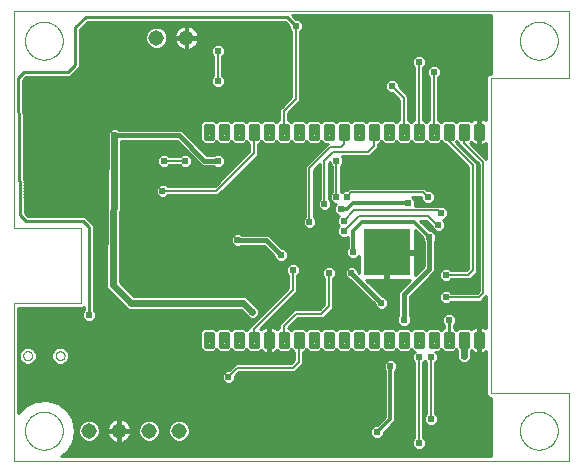
<source format=gbl>
G75*
%MOIN*%
%OFA0B0*%
%FSLAX25Y25*%
%IPPOS*%
%LPD*%
%AMOC8*
5,1,8,0,0,1.08239X$1,22.5*
%
%ADD10C,0.00000*%
%ADD11C,0.01831*%
%ADD12R,0.15748X0.15748*%
%ADD13C,0.05150*%
%ADD14C,0.00800*%
%ADD15C,0.02381*%
%ADD16C,0.01000*%
%ADD17C,0.01600*%
%ADD18C,0.02400*%
%ADD19C,0.01200*%
D10*
X0017291Y0035785D02*
X0017291Y0088285D01*
X0039791Y0088285D01*
X0039791Y0113285D01*
X0017291Y0113285D01*
X0017291Y0185785D01*
X0202291Y0185785D01*
X0202291Y0163285D01*
X0176291Y0163285D01*
X0176291Y0058285D01*
X0202291Y0058285D01*
X0202291Y0035785D01*
X0017291Y0035785D01*
X0020992Y0045785D02*
X0020994Y0045943D01*
X0021000Y0046101D01*
X0021010Y0046259D01*
X0021024Y0046417D01*
X0021042Y0046574D01*
X0021063Y0046731D01*
X0021089Y0046887D01*
X0021119Y0047043D01*
X0021152Y0047198D01*
X0021190Y0047351D01*
X0021231Y0047504D01*
X0021276Y0047656D01*
X0021325Y0047807D01*
X0021378Y0047956D01*
X0021434Y0048104D01*
X0021494Y0048250D01*
X0021558Y0048395D01*
X0021626Y0048538D01*
X0021697Y0048680D01*
X0021771Y0048820D01*
X0021849Y0048957D01*
X0021931Y0049093D01*
X0022015Y0049227D01*
X0022104Y0049358D01*
X0022195Y0049487D01*
X0022290Y0049614D01*
X0022387Y0049739D01*
X0022488Y0049861D01*
X0022592Y0049980D01*
X0022699Y0050097D01*
X0022809Y0050211D01*
X0022922Y0050322D01*
X0023037Y0050431D01*
X0023155Y0050536D01*
X0023276Y0050638D01*
X0023399Y0050738D01*
X0023525Y0050834D01*
X0023653Y0050927D01*
X0023783Y0051017D01*
X0023916Y0051103D01*
X0024051Y0051187D01*
X0024187Y0051266D01*
X0024326Y0051343D01*
X0024467Y0051415D01*
X0024609Y0051485D01*
X0024753Y0051550D01*
X0024899Y0051612D01*
X0025046Y0051670D01*
X0025195Y0051725D01*
X0025345Y0051776D01*
X0025496Y0051823D01*
X0025648Y0051866D01*
X0025801Y0051905D01*
X0025956Y0051941D01*
X0026111Y0051972D01*
X0026267Y0052000D01*
X0026423Y0052024D01*
X0026580Y0052044D01*
X0026738Y0052060D01*
X0026895Y0052072D01*
X0027054Y0052080D01*
X0027212Y0052084D01*
X0027370Y0052084D01*
X0027528Y0052080D01*
X0027687Y0052072D01*
X0027844Y0052060D01*
X0028002Y0052044D01*
X0028159Y0052024D01*
X0028315Y0052000D01*
X0028471Y0051972D01*
X0028626Y0051941D01*
X0028781Y0051905D01*
X0028934Y0051866D01*
X0029086Y0051823D01*
X0029237Y0051776D01*
X0029387Y0051725D01*
X0029536Y0051670D01*
X0029683Y0051612D01*
X0029829Y0051550D01*
X0029973Y0051485D01*
X0030115Y0051415D01*
X0030256Y0051343D01*
X0030395Y0051266D01*
X0030531Y0051187D01*
X0030666Y0051103D01*
X0030799Y0051017D01*
X0030929Y0050927D01*
X0031057Y0050834D01*
X0031183Y0050738D01*
X0031306Y0050638D01*
X0031427Y0050536D01*
X0031545Y0050431D01*
X0031660Y0050322D01*
X0031773Y0050211D01*
X0031883Y0050097D01*
X0031990Y0049980D01*
X0032094Y0049861D01*
X0032195Y0049739D01*
X0032292Y0049614D01*
X0032387Y0049487D01*
X0032478Y0049358D01*
X0032567Y0049227D01*
X0032651Y0049093D01*
X0032733Y0048957D01*
X0032811Y0048820D01*
X0032885Y0048680D01*
X0032956Y0048538D01*
X0033024Y0048395D01*
X0033088Y0048250D01*
X0033148Y0048104D01*
X0033204Y0047956D01*
X0033257Y0047807D01*
X0033306Y0047656D01*
X0033351Y0047504D01*
X0033392Y0047351D01*
X0033430Y0047198D01*
X0033463Y0047043D01*
X0033493Y0046887D01*
X0033519Y0046731D01*
X0033540Y0046574D01*
X0033558Y0046417D01*
X0033572Y0046259D01*
X0033582Y0046101D01*
X0033588Y0045943D01*
X0033590Y0045785D01*
X0033588Y0045627D01*
X0033582Y0045469D01*
X0033572Y0045311D01*
X0033558Y0045153D01*
X0033540Y0044996D01*
X0033519Y0044839D01*
X0033493Y0044683D01*
X0033463Y0044527D01*
X0033430Y0044372D01*
X0033392Y0044219D01*
X0033351Y0044066D01*
X0033306Y0043914D01*
X0033257Y0043763D01*
X0033204Y0043614D01*
X0033148Y0043466D01*
X0033088Y0043320D01*
X0033024Y0043175D01*
X0032956Y0043032D01*
X0032885Y0042890D01*
X0032811Y0042750D01*
X0032733Y0042613D01*
X0032651Y0042477D01*
X0032567Y0042343D01*
X0032478Y0042212D01*
X0032387Y0042083D01*
X0032292Y0041956D01*
X0032195Y0041831D01*
X0032094Y0041709D01*
X0031990Y0041590D01*
X0031883Y0041473D01*
X0031773Y0041359D01*
X0031660Y0041248D01*
X0031545Y0041139D01*
X0031427Y0041034D01*
X0031306Y0040932D01*
X0031183Y0040832D01*
X0031057Y0040736D01*
X0030929Y0040643D01*
X0030799Y0040553D01*
X0030666Y0040467D01*
X0030531Y0040383D01*
X0030395Y0040304D01*
X0030256Y0040227D01*
X0030115Y0040155D01*
X0029973Y0040085D01*
X0029829Y0040020D01*
X0029683Y0039958D01*
X0029536Y0039900D01*
X0029387Y0039845D01*
X0029237Y0039794D01*
X0029086Y0039747D01*
X0028934Y0039704D01*
X0028781Y0039665D01*
X0028626Y0039629D01*
X0028471Y0039598D01*
X0028315Y0039570D01*
X0028159Y0039546D01*
X0028002Y0039526D01*
X0027844Y0039510D01*
X0027687Y0039498D01*
X0027528Y0039490D01*
X0027370Y0039486D01*
X0027212Y0039486D01*
X0027054Y0039490D01*
X0026895Y0039498D01*
X0026738Y0039510D01*
X0026580Y0039526D01*
X0026423Y0039546D01*
X0026267Y0039570D01*
X0026111Y0039598D01*
X0025956Y0039629D01*
X0025801Y0039665D01*
X0025648Y0039704D01*
X0025496Y0039747D01*
X0025345Y0039794D01*
X0025195Y0039845D01*
X0025046Y0039900D01*
X0024899Y0039958D01*
X0024753Y0040020D01*
X0024609Y0040085D01*
X0024467Y0040155D01*
X0024326Y0040227D01*
X0024187Y0040304D01*
X0024051Y0040383D01*
X0023916Y0040467D01*
X0023783Y0040553D01*
X0023653Y0040643D01*
X0023525Y0040736D01*
X0023399Y0040832D01*
X0023276Y0040932D01*
X0023155Y0041034D01*
X0023037Y0041139D01*
X0022922Y0041248D01*
X0022809Y0041359D01*
X0022699Y0041473D01*
X0022592Y0041590D01*
X0022488Y0041709D01*
X0022387Y0041831D01*
X0022290Y0041956D01*
X0022195Y0042083D01*
X0022104Y0042212D01*
X0022015Y0042343D01*
X0021931Y0042477D01*
X0021849Y0042613D01*
X0021771Y0042750D01*
X0021697Y0042890D01*
X0021626Y0043032D01*
X0021558Y0043175D01*
X0021494Y0043320D01*
X0021434Y0043466D01*
X0021378Y0043614D01*
X0021325Y0043763D01*
X0021276Y0043914D01*
X0021231Y0044066D01*
X0021190Y0044219D01*
X0021152Y0044372D01*
X0021119Y0044527D01*
X0021089Y0044683D01*
X0021063Y0044839D01*
X0021042Y0044996D01*
X0021024Y0045153D01*
X0021010Y0045311D01*
X0021000Y0045469D01*
X0020994Y0045627D01*
X0020992Y0045785D01*
X0020402Y0070785D02*
X0020404Y0070862D01*
X0020410Y0070938D01*
X0020420Y0071014D01*
X0020434Y0071089D01*
X0020451Y0071164D01*
X0020473Y0071237D01*
X0020498Y0071310D01*
X0020528Y0071381D01*
X0020560Y0071450D01*
X0020597Y0071517D01*
X0020636Y0071583D01*
X0020679Y0071646D01*
X0020726Y0071707D01*
X0020775Y0071766D01*
X0020828Y0071822D01*
X0020883Y0071875D01*
X0020941Y0071925D01*
X0021001Y0071972D01*
X0021064Y0072016D01*
X0021129Y0072057D01*
X0021196Y0072094D01*
X0021265Y0072128D01*
X0021335Y0072158D01*
X0021407Y0072184D01*
X0021481Y0072206D01*
X0021555Y0072225D01*
X0021630Y0072240D01*
X0021706Y0072251D01*
X0021782Y0072258D01*
X0021859Y0072261D01*
X0021935Y0072260D01*
X0022012Y0072255D01*
X0022088Y0072246D01*
X0022164Y0072233D01*
X0022238Y0072216D01*
X0022312Y0072196D01*
X0022385Y0072171D01*
X0022456Y0072143D01*
X0022526Y0072111D01*
X0022594Y0072076D01*
X0022660Y0072037D01*
X0022724Y0071995D01*
X0022785Y0071949D01*
X0022845Y0071900D01*
X0022901Y0071849D01*
X0022955Y0071794D01*
X0023006Y0071737D01*
X0023054Y0071677D01*
X0023099Y0071615D01*
X0023140Y0071550D01*
X0023178Y0071484D01*
X0023213Y0071416D01*
X0023243Y0071345D01*
X0023271Y0071274D01*
X0023294Y0071201D01*
X0023314Y0071127D01*
X0023330Y0071052D01*
X0023342Y0070976D01*
X0023350Y0070900D01*
X0023354Y0070823D01*
X0023354Y0070747D01*
X0023350Y0070670D01*
X0023342Y0070594D01*
X0023330Y0070518D01*
X0023314Y0070443D01*
X0023294Y0070369D01*
X0023271Y0070296D01*
X0023243Y0070225D01*
X0023213Y0070154D01*
X0023178Y0070086D01*
X0023140Y0070020D01*
X0023099Y0069955D01*
X0023054Y0069893D01*
X0023006Y0069833D01*
X0022955Y0069776D01*
X0022901Y0069721D01*
X0022845Y0069670D01*
X0022785Y0069621D01*
X0022724Y0069575D01*
X0022660Y0069533D01*
X0022594Y0069494D01*
X0022526Y0069459D01*
X0022456Y0069427D01*
X0022385Y0069399D01*
X0022312Y0069374D01*
X0022238Y0069354D01*
X0022164Y0069337D01*
X0022088Y0069324D01*
X0022012Y0069315D01*
X0021935Y0069310D01*
X0021859Y0069309D01*
X0021782Y0069312D01*
X0021706Y0069319D01*
X0021630Y0069330D01*
X0021555Y0069345D01*
X0021481Y0069364D01*
X0021407Y0069386D01*
X0021335Y0069412D01*
X0021265Y0069442D01*
X0021196Y0069476D01*
X0021129Y0069513D01*
X0021064Y0069554D01*
X0021001Y0069598D01*
X0020941Y0069645D01*
X0020883Y0069695D01*
X0020828Y0069748D01*
X0020775Y0069804D01*
X0020726Y0069863D01*
X0020679Y0069924D01*
X0020636Y0069987D01*
X0020597Y0070053D01*
X0020560Y0070120D01*
X0020528Y0070189D01*
X0020498Y0070260D01*
X0020473Y0070333D01*
X0020451Y0070406D01*
X0020434Y0070481D01*
X0020420Y0070556D01*
X0020410Y0070632D01*
X0020404Y0070708D01*
X0020402Y0070785D01*
X0031229Y0070785D02*
X0031231Y0070862D01*
X0031237Y0070938D01*
X0031247Y0071014D01*
X0031261Y0071089D01*
X0031278Y0071164D01*
X0031300Y0071237D01*
X0031325Y0071310D01*
X0031355Y0071381D01*
X0031387Y0071450D01*
X0031424Y0071517D01*
X0031463Y0071583D01*
X0031506Y0071646D01*
X0031553Y0071707D01*
X0031602Y0071766D01*
X0031655Y0071822D01*
X0031710Y0071875D01*
X0031768Y0071925D01*
X0031828Y0071972D01*
X0031891Y0072016D01*
X0031956Y0072057D01*
X0032023Y0072094D01*
X0032092Y0072128D01*
X0032162Y0072158D01*
X0032234Y0072184D01*
X0032308Y0072206D01*
X0032382Y0072225D01*
X0032457Y0072240D01*
X0032533Y0072251D01*
X0032609Y0072258D01*
X0032686Y0072261D01*
X0032762Y0072260D01*
X0032839Y0072255D01*
X0032915Y0072246D01*
X0032991Y0072233D01*
X0033065Y0072216D01*
X0033139Y0072196D01*
X0033212Y0072171D01*
X0033283Y0072143D01*
X0033353Y0072111D01*
X0033421Y0072076D01*
X0033487Y0072037D01*
X0033551Y0071995D01*
X0033612Y0071949D01*
X0033672Y0071900D01*
X0033728Y0071849D01*
X0033782Y0071794D01*
X0033833Y0071737D01*
X0033881Y0071677D01*
X0033926Y0071615D01*
X0033967Y0071550D01*
X0034005Y0071484D01*
X0034040Y0071416D01*
X0034070Y0071345D01*
X0034098Y0071274D01*
X0034121Y0071201D01*
X0034141Y0071127D01*
X0034157Y0071052D01*
X0034169Y0070976D01*
X0034177Y0070900D01*
X0034181Y0070823D01*
X0034181Y0070747D01*
X0034177Y0070670D01*
X0034169Y0070594D01*
X0034157Y0070518D01*
X0034141Y0070443D01*
X0034121Y0070369D01*
X0034098Y0070296D01*
X0034070Y0070225D01*
X0034040Y0070154D01*
X0034005Y0070086D01*
X0033967Y0070020D01*
X0033926Y0069955D01*
X0033881Y0069893D01*
X0033833Y0069833D01*
X0033782Y0069776D01*
X0033728Y0069721D01*
X0033672Y0069670D01*
X0033612Y0069621D01*
X0033551Y0069575D01*
X0033487Y0069533D01*
X0033421Y0069494D01*
X0033353Y0069459D01*
X0033283Y0069427D01*
X0033212Y0069399D01*
X0033139Y0069374D01*
X0033065Y0069354D01*
X0032991Y0069337D01*
X0032915Y0069324D01*
X0032839Y0069315D01*
X0032762Y0069310D01*
X0032686Y0069309D01*
X0032609Y0069312D01*
X0032533Y0069319D01*
X0032457Y0069330D01*
X0032382Y0069345D01*
X0032308Y0069364D01*
X0032234Y0069386D01*
X0032162Y0069412D01*
X0032092Y0069442D01*
X0032023Y0069476D01*
X0031956Y0069513D01*
X0031891Y0069554D01*
X0031828Y0069598D01*
X0031768Y0069645D01*
X0031710Y0069695D01*
X0031655Y0069748D01*
X0031602Y0069804D01*
X0031553Y0069863D01*
X0031506Y0069924D01*
X0031463Y0069987D01*
X0031424Y0070053D01*
X0031387Y0070120D01*
X0031355Y0070189D01*
X0031325Y0070260D01*
X0031300Y0070333D01*
X0031278Y0070406D01*
X0031261Y0070481D01*
X0031247Y0070556D01*
X0031237Y0070632D01*
X0031231Y0070708D01*
X0031229Y0070785D01*
X0020992Y0175785D02*
X0020994Y0175943D01*
X0021000Y0176101D01*
X0021010Y0176259D01*
X0021024Y0176417D01*
X0021042Y0176574D01*
X0021063Y0176731D01*
X0021089Y0176887D01*
X0021119Y0177043D01*
X0021152Y0177198D01*
X0021190Y0177351D01*
X0021231Y0177504D01*
X0021276Y0177656D01*
X0021325Y0177807D01*
X0021378Y0177956D01*
X0021434Y0178104D01*
X0021494Y0178250D01*
X0021558Y0178395D01*
X0021626Y0178538D01*
X0021697Y0178680D01*
X0021771Y0178820D01*
X0021849Y0178957D01*
X0021931Y0179093D01*
X0022015Y0179227D01*
X0022104Y0179358D01*
X0022195Y0179487D01*
X0022290Y0179614D01*
X0022387Y0179739D01*
X0022488Y0179861D01*
X0022592Y0179980D01*
X0022699Y0180097D01*
X0022809Y0180211D01*
X0022922Y0180322D01*
X0023037Y0180431D01*
X0023155Y0180536D01*
X0023276Y0180638D01*
X0023399Y0180738D01*
X0023525Y0180834D01*
X0023653Y0180927D01*
X0023783Y0181017D01*
X0023916Y0181103D01*
X0024051Y0181187D01*
X0024187Y0181266D01*
X0024326Y0181343D01*
X0024467Y0181415D01*
X0024609Y0181485D01*
X0024753Y0181550D01*
X0024899Y0181612D01*
X0025046Y0181670D01*
X0025195Y0181725D01*
X0025345Y0181776D01*
X0025496Y0181823D01*
X0025648Y0181866D01*
X0025801Y0181905D01*
X0025956Y0181941D01*
X0026111Y0181972D01*
X0026267Y0182000D01*
X0026423Y0182024D01*
X0026580Y0182044D01*
X0026738Y0182060D01*
X0026895Y0182072D01*
X0027054Y0182080D01*
X0027212Y0182084D01*
X0027370Y0182084D01*
X0027528Y0182080D01*
X0027687Y0182072D01*
X0027844Y0182060D01*
X0028002Y0182044D01*
X0028159Y0182024D01*
X0028315Y0182000D01*
X0028471Y0181972D01*
X0028626Y0181941D01*
X0028781Y0181905D01*
X0028934Y0181866D01*
X0029086Y0181823D01*
X0029237Y0181776D01*
X0029387Y0181725D01*
X0029536Y0181670D01*
X0029683Y0181612D01*
X0029829Y0181550D01*
X0029973Y0181485D01*
X0030115Y0181415D01*
X0030256Y0181343D01*
X0030395Y0181266D01*
X0030531Y0181187D01*
X0030666Y0181103D01*
X0030799Y0181017D01*
X0030929Y0180927D01*
X0031057Y0180834D01*
X0031183Y0180738D01*
X0031306Y0180638D01*
X0031427Y0180536D01*
X0031545Y0180431D01*
X0031660Y0180322D01*
X0031773Y0180211D01*
X0031883Y0180097D01*
X0031990Y0179980D01*
X0032094Y0179861D01*
X0032195Y0179739D01*
X0032292Y0179614D01*
X0032387Y0179487D01*
X0032478Y0179358D01*
X0032567Y0179227D01*
X0032651Y0179093D01*
X0032733Y0178957D01*
X0032811Y0178820D01*
X0032885Y0178680D01*
X0032956Y0178538D01*
X0033024Y0178395D01*
X0033088Y0178250D01*
X0033148Y0178104D01*
X0033204Y0177956D01*
X0033257Y0177807D01*
X0033306Y0177656D01*
X0033351Y0177504D01*
X0033392Y0177351D01*
X0033430Y0177198D01*
X0033463Y0177043D01*
X0033493Y0176887D01*
X0033519Y0176731D01*
X0033540Y0176574D01*
X0033558Y0176417D01*
X0033572Y0176259D01*
X0033582Y0176101D01*
X0033588Y0175943D01*
X0033590Y0175785D01*
X0033588Y0175627D01*
X0033582Y0175469D01*
X0033572Y0175311D01*
X0033558Y0175153D01*
X0033540Y0174996D01*
X0033519Y0174839D01*
X0033493Y0174683D01*
X0033463Y0174527D01*
X0033430Y0174372D01*
X0033392Y0174219D01*
X0033351Y0174066D01*
X0033306Y0173914D01*
X0033257Y0173763D01*
X0033204Y0173614D01*
X0033148Y0173466D01*
X0033088Y0173320D01*
X0033024Y0173175D01*
X0032956Y0173032D01*
X0032885Y0172890D01*
X0032811Y0172750D01*
X0032733Y0172613D01*
X0032651Y0172477D01*
X0032567Y0172343D01*
X0032478Y0172212D01*
X0032387Y0172083D01*
X0032292Y0171956D01*
X0032195Y0171831D01*
X0032094Y0171709D01*
X0031990Y0171590D01*
X0031883Y0171473D01*
X0031773Y0171359D01*
X0031660Y0171248D01*
X0031545Y0171139D01*
X0031427Y0171034D01*
X0031306Y0170932D01*
X0031183Y0170832D01*
X0031057Y0170736D01*
X0030929Y0170643D01*
X0030799Y0170553D01*
X0030666Y0170467D01*
X0030531Y0170383D01*
X0030395Y0170304D01*
X0030256Y0170227D01*
X0030115Y0170155D01*
X0029973Y0170085D01*
X0029829Y0170020D01*
X0029683Y0169958D01*
X0029536Y0169900D01*
X0029387Y0169845D01*
X0029237Y0169794D01*
X0029086Y0169747D01*
X0028934Y0169704D01*
X0028781Y0169665D01*
X0028626Y0169629D01*
X0028471Y0169598D01*
X0028315Y0169570D01*
X0028159Y0169546D01*
X0028002Y0169526D01*
X0027844Y0169510D01*
X0027687Y0169498D01*
X0027528Y0169490D01*
X0027370Y0169486D01*
X0027212Y0169486D01*
X0027054Y0169490D01*
X0026895Y0169498D01*
X0026738Y0169510D01*
X0026580Y0169526D01*
X0026423Y0169546D01*
X0026267Y0169570D01*
X0026111Y0169598D01*
X0025956Y0169629D01*
X0025801Y0169665D01*
X0025648Y0169704D01*
X0025496Y0169747D01*
X0025345Y0169794D01*
X0025195Y0169845D01*
X0025046Y0169900D01*
X0024899Y0169958D01*
X0024753Y0170020D01*
X0024609Y0170085D01*
X0024467Y0170155D01*
X0024326Y0170227D01*
X0024187Y0170304D01*
X0024051Y0170383D01*
X0023916Y0170467D01*
X0023783Y0170553D01*
X0023653Y0170643D01*
X0023525Y0170736D01*
X0023399Y0170832D01*
X0023276Y0170932D01*
X0023155Y0171034D01*
X0023037Y0171139D01*
X0022922Y0171248D01*
X0022809Y0171359D01*
X0022699Y0171473D01*
X0022592Y0171590D01*
X0022488Y0171709D01*
X0022387Y0171831D01*
X0022290Y0171956D01*
X0022195Y0172083D01*
X0022104Y0172212D01*
X0022015Y0172343D01*
X0021931Y0172477D01*
X0021849Y0172613D01*
X0021771Y0172750D01*
X0021697Y0172890D01*
X0021626Y0173032D01*
X0021558Y0173175D01*
X0021494Y0173320D01*
X0021434Y0173466D01*
X0021378Y0173614D01*
X0021325Y0173763D01*
X0021276Y0173914D01*
X0021231Y0174066D01*
X0021190Y0174219D01*
X0021152Y0174372D01*
X0021119Y0174527D01*
X0021089Y0174683D01*
X0021063Y0174839D01*
X0021042Y0174996D01*
X0021024Y0175153D01*
X0021010Y0175311D01*
X0021000Y0175469D01*
X0020994Y0175627D01*
X0020992Y0175785D01*
X0185992Y0175785D02*
X0185994Y0175943D01*
X0186000Y0176101D01*
X0186010Y0176259D01*
X0186024Y0176417D01*
X0186042Y0176574D01*
X0186063Y0176731D01*
X0186089Y0176887D01*
X0186119Y0177043D01*
X0186152Y0177198D01*
X0186190Y0177351D01*
X0186231Y0177504D01*
X0186276Y0177656D01*
X0186325Y0177807D01*
X0186378Y0177956D01*
X0186434Y0178104D01*
X0186494Y0178250D01*
X0186558Y0178395D01*
X0186626Y0178538D01*
X0186697Y0178680D01*
X0186771Y0178820D01*
X0186849Y0178957D01*
X0186931Y0179093D01*
X0187015Y0179227D01*
X0187104Y0179358D01*
X0187195Y0179487D01*
X0187290Y0179614D01*
X0187387Y0179739D01*
X0187488Y0179861D01*
X0187592Y0179980D01*
X0187699Y0180097D01*
X0187809Y0180211D01*
X0187922Y0180322D01*
X0188037Y0180431D01*
X0188155Y0180536D01*
X0188276Y0180638D01*
X0188399Y0180738D01*
X0188525Y0180834D01*
X0188653Y0180927D01*
X0188783Y0181017D01*
X0188916Y0181103D01*
X0189051Y0181187D01*
X0189187Y0181266D01*
X0189326Y0181343D01*
X0189467Y0181415D01*
X0189609Y0181485D01*
X0189753Y0181550D01*
X0189899Y0181612D01*
X0190046Y0181670D01*
X0190195Y0181725D01*
X0190345Y0181776D01*
X0190496Y0181823D01*
X0190648Y0181866D01*
X0190801Y0181905D01*
X0190956Y0181941D01*
X0191111Y0181972D01*
X0191267Y0182000D01*
X0191423Y0182024D01*
X0191580Y0182044D01*
X0191738Y0182060D01*
X0191895Y0182072D01*
X0192054Y0182080D01*
X0192212Y0182084D01*
X0192370Y0182084D01*
X0192528Y0182080D01*
X0192687Y0182072D01*
X0192844Y0182060D01*
X0193002Y0182044D01*
X0193159Y0182024D01*
X0193315Y0182000D01*
X0193471Y0181972D01*
X0193626Y0181941D01*
X0193781Y0181905D01*
X0193934Y0181866D01*
X0194086Y0181823D01*
X0194237Y0181776D01*
X0194387Y0181725D01*
X0194536Y0181670D01*
X0194683Y0181612D01*
X0194829Y0181550D01*
X0194973Y0181485D01*
X0195115Y0181415D01*
X0195256Y0181343D01*
X0195395Y0181266D01*
X0195531Y0181187D01*
X0195666Y0181103D01*
X0195799Y0181017D01*
X0195929Y0180927D01*
X0196057Y0180834D01*
X0196183Y0180738D01*
X0196306Y0180638D01*
X0196427Y0180536D01*
X0196545Y0180431D01*
X0196660Y0180322D01*
X0196773Y0180211D01*
X0196883Y0180097D01*
X0196990Y0179980D01*
X0197094Y0179861D01*
X0197195Y0179739D01*
X0197292Y0179614D01*
X0197387Y0179487D01*
X0197478Y0179358D01*
X0197567Y0179227D01*
X0197651Y0179093D01*
X0197733Y0178957D01*
X0197811Y0178820D01*
X0197885Y0178680D01*
X0197956Y0178538D01*
X0198024Y0178395D01*
X0198088Y0178250D01*
X0198148Y0178104D01*
X0198204Y0177956D01*
X0198257Y0177807D01*
X0198306Y0177656D01*
X0198351Y0177504D01*
X0198392Y0177351D01*
X0198430Y0177198D01*
X0198463Y0177043D01*
X0198493Y0176887D01*
X0198519Y0176731D01*
X0198540Y0176574D01*
X0198558Y0176417D01*
X0198572Y0176259D01*
X0198582Y0176101D01*
X0198588Y0175943D01*
X0198590Y0175785D01*
X0198588Y0175627D01*
X0198582Y0175469D01*
X0198572Y0175311D01*
X0198558Y0175153D01*
X0198540Y0174996D01*
X0198519Y0174839D01*
X0198493Y0174683D01*
X0198463Y0174527D01*
X0198430Y0174372D01*
X0198392Y0174219D01*
X0198351Y0174066D01*
X0198306Y0173914D01*
X0198257Y0173763D01*
X0198204Y0173614D01*
X0198148Y0173466D01*
X0198088Y0173320D01*
X0198024Y0173175D01*
X0197956Y0173032D01*
X0197885Y0172890D01*
X0197811Y0172750D01*
X0197733Y0172613D01*
X0197651Y0172477D01*
X0197567Y0172343D01*
X0197478Y0172212D01*
X0197387Y0172083D01*
X0197292Y0171956D01*
X0197195Y0171831D01*
X0197094Y0171709D01*
X0196990Y0171590D01*
X0196883Y0171473D01*
X0196773Y0171359D01*
X0196660Y0171248D01*
X0196545Y0171139D01*
X0196427Y0171034D01*
X0196306Y0170932D01*
X0196183Y0170832D01*
X0196057Y0170736D01*
X0195929Y0170643D01*
X0195799Y0170553D01*
X0195666Y0170467D01*
X0195531Y0170383D01*
X0195395Y0170304D01*
X0195256Y0170227D01*
X0195115Y0170155D01*
X0194973Y0170085D01*
X0194829Y0170020D01*
X0194683Y0169958D01*
X0194536Y0169900D01*
X0194387Y0169845D01*
X0194237Y0169794D01*
X0194086Y0169747D01*
X0193934Y0169704D01*
X0193781Y0169665D01*
X0193626Y0169629D01*
X0193471Y0169598D01*
X0193315Y0169570D01*
X0193159Y0169546D01*
X0193002Y0169526D01*
X0192844Y0169510D01*
X0192687Y0169498D01*
X0192528Y0169490D01*
X0192370Y0169486D01*
X0192212Y0169486D01*
X0192054Y0169490D01*
X0191895Y0169498D01*
X0191738Y0169510D01*
X0191580Y0169526D01*
X0191423Y0169546D01*
X0191267Y0169570D01*
X0191111Y0169598D01*
X0190956Y0169629D01*
X0190801Y0169665D01*
X0190648Y0169704D01*
X0190496Y0169747D01*
X0190345Y0169794D01*
X0190195Y0169845D01*
X0190046Y0169900D01*
X0189899Y0169958D01*
X0189753Y0170020D01*
X0189609Y0170085D01*
X0189467Y0170155D01*
X0189326Y0170227D01*
X0189187Y0170304D01*
X0189051Y0170383D01*
X0188916Y0170467D01*
X0188783Y0170553D01*
X0188653Y0170643D01*
X0188525Y0170736D01*
X0188399Y0170832D01*
X0188276Y0170932D01*
X0188155Y0171034D01*
X0188037Y0171139D01*
X0187922Y0171248D01*
X0187809Y0171359D01*
X0187699Y0171473D01*
X0187592Y0171590D01*
X0187488Y0171709D01*
X0187387Y0171831D01*
X0187290Y0171956D01*
X0187195Y0172083D01*
X0187104Y0172212D01*
X0187015Y0172343D01*
X0186931Y0172477D01*
X0186849Y0172613D01*
X0186771Y0172750D01*
X0186697Y0172890D01*
X0186626Y0173032D01*
X0186558Y0173175D01*
X0186494Y0173320D01*
X0186434Y0173466D01*
X0186378Y0173614D01*
X0186325Y0173763D01*
X0186276Y0173914D01*
X0186231Y0174066D01*
X0186190Y0174219D01*
X0186152Y0174372D01*
X0186119Y0174527D01*
X0186089Y0174683D01*
X0186063Y0174839D01*
X0186042Y0174996D01*
X0186024Y0175153D01*
X0186010Y0175311D01*
X0186000Y0175469D01*
X0185994Y0175627D01*
X0185992Y0175785D01*
X0185992Y0045785D02*
X0185994Y0045943D01*
X0186000Y0046101D01*
X0186010Y0046259D01*
X0186024Y0046417D01*
X0186042Y0046574D01*
X0186063Y0046731D01*
X0186089Y0046887D01*
X0186119Y0047043D01*
X0186152Y0047198D01*
X0186190Y0047351D01*
X0186231Y0047504D01*
X0186276Y0047656D01*
X0186325Y0047807D01*
X0186378Y0047956D01*
X0186434Y0048104D01*
X0186494Y0048250D01*
X0186558Y0048395D01*
X0186626Y0048538D01*
X0186697Y0048680D01*
X0186771Y0048820D01*
X0186849Y0048957D01*
X0186931Y0049093D01*
X0187015Y0049227D01*
X0187104Y0049358D01*
X0187195Y0049487D01*
X0187290Y0049614D01*
X0187387Y0049739D01*
X0187488Y0049861D01*
X0187592Y0049980D01*
X0187699Y0050097D01*
X0187809Y0050211D01*
X0187922Y0050322D01*
X0188037Y0050431D01*
X0188155Y0050536D01*
X0188276Y0050638D01*
X0188399Y0050738D01*
X0188525Y0050834D01*
X0188653Y0050927D01*
X0188783Y0051017D01*
X0188916Y0051103D01*
X0189051Y0051187D01*
X0189187Y0051266D01*
X0189326Y0051343D01*
X0189467Y0051415D01*
X0189609Y0051485D01*
X0189753Y0051550D01*
X0189899Y0051612D01*
X0190046Y0051670D01*
X0190195Y0051725D01*
X0190345Y0051776D01*
X0190496Y0051823D01*
X0190648Y0051866D01*
X0190801Y0051905D01*
X0190956Y0051941D01*
X0191111Y0051972D01*
X0191267Y0052000D01*
X0191423Y0052024D01*
X0191580Y0052044D01*
X0191738Y0052060D01*
X0191895Y0052072D01*
X0192054Y0052080D01*
X0192212Y0052084D01*
X0192370Y0052084D01*
X0192528Y0052080D01*
X0192687Y0052072D01*
X0192844Y0052060D01*
X0193002Y0052044D01*
X0193159Y0052024D01*
X0193315Y0052000D01*
X0193471Y0051972D01*
X0193626Y0051941D01*
X0193781Y0051905D01*
X0193934Y0051866D01*
X0194086Y0051823D01*
X0194237Y0051776D01*
X0194387Y0051725D01*
X0194536Y0051670D01*
X0194683Y0051612D01*
X0194829Y0051550D01*
X0194973Y0051485D01*
X0195115Y0051415D01*
X0195256Y0051343D01*
X0195395Y0051266D01*
X0195531Y0051187D01*
X0195666Y0051103D01*
X0195799Y0051017D01*
X0195929Y0050927D01*
X0196057Y0050834D01*
X0196183Y0050738D01*
X0196306Y0050638D01*
X0196427Y0050536D01*
X0196545Y0050431D01*
X0196660Y0050322D01*
X0196773Y0050211D01*
X0196883Y0050097D01*
X0196990Y0049980D01*
X0197094Y0049861D01*
X0197195Y0049739D01*
X0197292Y0049614D01*
X0197387Y0049487D01*
X0197478Y0049358D01*
X0197567Y0049227D01*
X0197651Y0049093D01*
X0197733Y0048957D01*
X0197811Y0048820D01*
X0197885Y0048680D01*
X0197956Y0048538D01*
X0198024Y0048395D01*
X0198088Y0048250D01*
X0198148Y0048104D01*
X0198204Y0047956D01*
X0198257Y0047807D01*
X0198306Y0047656D01*
X0198351Y0047504D01*
X0198392Y0047351D01*
X0198430Y0047198D01*
X0198463Y0047043D01*
X0198493Y0046887D01*
X0198519Y0046731D01*
X0198540Y0046574D01*
X0198558Y0046417D01*
X0198572Y0046259D01*
X0198582Y0046101D01*
X0198588Y0045943D01*
X0198590Y0045785D01*
X0198588Y0045627D01*
X0198582Y0045469D01*
X0198572Y0045311D01*
X0198558Y0045153D01*
X0198540Y0044996D01*
X0198519Y0044839D01*
X0198493Y0044683D01*
X0198463Y0044527D01*
X0198430Y0044372D01*
X0198392Y0044219D01*
X0198351Y0044066D01*
X0198306Y0043914D01*
X0198257Y0043763D01*
X0198204Y0043614D01*
X0198148Y0043466D01*
X0198088Y0043320D01*
X0198024Y0043175D01*
X0197956Y0043032D01*
X0197885Y0042890D01*
X0197811Y0042750D01*
X0197733Y0042613D01*
X0197651Y0042477D01*
X0197567Y0042343D01*
X0197478Y0042212D01*
X0197387Y0042083D01*
X0197292Y0041956D01*
X0197195Y0041831D01*
X0197094Y0041709D01*
X0196990Y0041590D01*
X0196883Y0041473D01*
X0196773Y0041359D01*
X0196660Y0041248D01*
X0196545Y0041139D01*
X0196427Y0041034D01*
X0196306Y0040932D01*
X0196183Y0040832D01*
X0196057Y0040736D01*
X0195929Y0040643D01*
X0195799Y0040553D01*
X0195666Y0040467D01*
X0195531Y0040383D01*
X0195395Y0040304D01*
X0195256Y0040227D01*
X0195115Y0040155D01*
X0194973Y0040085D01*
X0194829Y0040020D01*
X0194683Y0039958D01*
X0194536Y0039900D01*
X0194387Y0039845D01*
X0194237Y0039794D01*
X0194086Y0039747D01*
X0193934Y0039704D01*
X0193781Y0039665D01*
X0193626Y0039629D01*
X0193471Y0039598D01*
X0193315Y0039570D01*
X0193159Y0039546D01*
X0193002Y0039526D01*
X0192844Y0039510D01*
X0192687Y0039498D01*
X0192528Y0039490D01*
X0192370Y0039486D01*
X0192212Y0039486D01*
X0192054Y0039490D01*
X0191895Y0039498D01*
X0191738Y0039510D01*
X0191580Y0039526D01*
X0191423Y0039546D01*
X0191267Y0039570D01*
X0191111Y0039598D01*
X0190956Y0039629D01*
X0190801Y0039665D01*
X0190648Y0039704D01*
X0190496Y0039747D01*
X0190345Y0039794D01*
X0190195Y0039845D01*
X0190046Y0039900D01*
X0189899Y0039958D01*
X0189753Y0040020D01*
X0189609Y0040085D01*
X0189467Y0040155D01*
X0189326Y0040227D01*
X0189187Y0040304D01*
X0189051Y0040383D01*
X0188916Y0040467D01*
X0188783Y0040553D01*
X0188653Y0040643D01*
X0188525Y0040736D01*
X0188399Y0040832D01*
X0188276Y0040932D01*
X0188155Y0041034D01*
X0188037Y0041139D01*
X0187922Y0041248D01*
X0187809Y0041359D01*
X0187699Y0041473D01*
X0187592Y0041590D01*
X0187488Y0041709D01*
X0187387Y0041831D01*
X0187290Y0041956D01*
X0187195Y0042083D01*
X0187104Y0042212D01*
X0187015Y0042343D01*
X0186931Y0042477D01*
X0186849Y0042613D01*
X0186771Y0042750D01*
X0186697Y0042890D01*
X0186626Y0043032D01*
X0186558Y0043175D01*
X0186494Y0043320D01*
X0186434Y0043466D01*
X0186378Y0043614D01*
X0186325Y0043763D01*
X0186276Y0043914D01*
X0186231Y0044066D01*
X0186190Y0044219D01*
X0186152Y0044372D01*
X0186119Y0044527D01*
X0186089Y0044683D01*
X0186063Y0044839D01*
X0186042Y0044996D01*
X0186024Y0045153D01*
X0186010Y0045311D01*
X0186000Y0045469D01*
X0185994Y0045627D01*
X0185992Y0045785D01*
D11*
X0173226Y0074161D02*
X0173226Y0078039D01*
X0173226Y0074161D02*
X0171396Y0074161D01*
X0171396Y0078039D01*
X0173226Y0078039D01*
X0173226Y0075991D02*
X0171396Y0075991D01*
X0171396Y0077821D02*
X0173226Y0077821D01*
X0168226Y0078039D02*
X0168226Y0074161D01*
X0166396Y0074161D01*
X0166396Y0078039D01*
X0168226Y0078039D01*
X0168226Y0075991D02*
X0166396Y0075991D01*
X0166396Y0077821D02*
X0168226Y0077821D01*
X0163226Y0078039D02*
X0163226Y0074161D01*
X0161396Y0074161D01*
X0161396Y0078039D01*
X0163226Y0078039D01*
X0163226Y0075991D02*
X0161396Y0075991D01*
X0161396Y0077821D02*
X0163226Y0077821D01*
X0158226Y0078039D02*
X0158226Y0074161D01*
X0156396Y0074161D01*
X0156396Y0078039D01*
X0158226Y0078039D01*
X0158226Y0075991D02*
X0156396Y0075991D01*
X0156396Y0077821D02*
X0158226Y0077821D01*
X0153226Y0078039D02*
X0153226Y0074161D01*
X0151396Y0074161D01*
X0151396Y0078039D01*
X0153226Y0078039D01*
X0153226Y0075991D02*
X0151396Y0075991D01*
X0151396Y0077821D02*
X0153226Y0077821D01*
X0148226Y0078039D02*
X0148226Y0074161D01*
X0146396Y0074161D01*
X0146396Y0078039D01*
X0148226Y0078039D01*
X0148226Y0075991D02*
X0146396Y0075991D01*
X0146396Y0077821D02*
X0148226Y0077821D01*
X0143226Y0078039D02*
X0143226Y0074161D01*
X0141396Y0074161D01*
X0141396Y0078039D01*
X0143226Y0078039D01*
X0143226Y0075991D02*
X0141396Y0075991D01*
X0141396Y0077821D02*
X0143226Y0077821D01*
X0138226Y0078039D02*
X0138226Y0074161D01*
X0136396Y0074161D01*
X0136396Y0078039D01*
X0138226Y0078039D01*
X0138226Y0075991D02*
X0136396Y0075991D01*
X0136396Y0077821D02*
X0138226Y0077821D01*
X0133226Y0078039D02*
X0133226Y0074161D01*
X0131396Y0074161D01*
X0131396Y0078039D01*
X0133226Y0078039D01*
X0133226Y0075991D02*
X0131396Y0075991D01*
X0131396Y0077821D02*
X0133226Y0077821D01*
X0128226Y0078039D02*
X0128226Y0074161D01*
X0126396Y0074161D01*
X0126396Y0078039D01*
X0128226Y0078039D01*
X0128226Y0075991D02*
X0126396Y0075991D01*
X0126396Y0077821D02*
X0128226Y0077821D01*
X0123226Y0078039D02*
X0123226Y0074161D01*
X0121396Y0074161D01*
X0121396Y0078039D01*
X0123226Y0078039D01*
X0123226Y0075991D02*
X0121396Y0075991D01*
X0121396Y0077821D02*
X0123226Y0077821D01*
X0118226Y0078039D02*
X0118226Y0074161D01*
X0116396Y0074161D01*
X0116396Y0078039D01*
X0118226Y0078039D01*
X0118226Y0075991D02*
X0116396Y0075991D01*
X0116396Y0077821D02*
X0118226Y0077821D01*
X0113226Y0078039D02*
X0113226Y0074161D01*
X0111396Y0074161D01*
X0111396Y0078039D01*
X0113226Y0078039D01*
X0113226Y0075991D02*
X0111396Y0075991D01*
X0111396Y0077821D02*
X0113226Y0077821D01*
X0108226Y0078039D02*
X0108226Y0074161D01*
X0106396Y0074161D01*
X0106396Y0078039D01*
X0108226Y0078039D01*
X0108226Y0075991D02*
X0106396Y0075991D01*
X0106396Y0077821D02*
X0108226Y0077821D01*
X0103226Y0078039D02*
X0103226Y0074161D01*
X0101396Y0074161D01*
X0101396Y0078039D01*
X0103226Y0078039D01*
X0103226Y0075991D02*
X0101396Y0075991D01*
X0101396Y0077821D02*
X0103226Y0077821D01*
X0098226Y0078039D02*
X0098226Y0074161D01*
X0096396Y0074161D01*
X0096396Y0078039D01*
X0098226Y0078039D01*
X0098226Y0075991D02*
X0096396Y0075991D01*
X0096396Y0077821D02*
X0098226Y0077821D01*
X0093226Y0078039D02*
X0093226Y0074161D01*
X0091396Y0074161D01*
X0091396Y0078039D01*
X0093226Y0078039D01*
X0093226Y0075991D02*
X0091396Y0075991D01*
X0091396Y0077821D02*
X0093226Y0077821D01*
X0088226Y0078039D02*
X0088226Y0074161D01*
X0086396Y0074161D01*
X0086396Y0078039D01*
X0088226Y0078039D01*
X0088226Y0075991D02*
X0086396Y0075991D01*
X0086396Y0077821D02*
X0088226Y0077821D01*
X0083226Y0078039D02*
X0083226Y0074161D01*
X0081396Y0074161D01*
X0081396Y0078039D01*
X0083226Y0078039D01*
X0083226Y0075991D02*
X0081396Y0075991D01*
X0081396Y0077821D02*
X0083226Y0077821D01*
X0081396Y0143531D02*
X0081396Y0147409D01*
X0083226Y0147409D01*
X0083226Y0143531D01*
X0081396Y0143531D01*
X0081396Y0145361D02*
X0083226Y0145361D01*
X0083226Y0147191D02*
X0081396Y0147191D01*
X0086396Y0147409D02*
X0086396Y0143531D01*
X0086396Y0147409D02*
X0088226Y0147409D01*
X0088226Y0143531D01*
X0086396Y0143531D01*
X0086396Y0145361D02*
X0088226Y0145361D01*
X0088226Y0147191D02*
X0086396Y0147191D01*
X0091396Y0147409D02*
X0091396Y0143531D01*
X0091396Y0147409D02*
X0093226Y0147409D01*
X0093226Y0143531D01*
X0091396Y0143531D01*
X0091396Y0145361D02*
X0093226Y0145361D01*
X0093226Y0147191D02*
X0091396Y0147191D01*
X0096396Y0147409D02*
X0096396Y0143531D01*
X0096396Y0147409D02*
X0098226Y0147409D01*
X0098226Y0143531D01*
X0096396Y0143531D01*
X0096396Y0145361D02*
X0098226Y0145361D01*
X0098226Y0147191D02*
X0096396Y0147191D01*
X0101396Y0147409D02*
X0101396Y0143531D01*
X0101396Y0147409D02*
X0103226Y0147409D01*
X0103226Y0143531D01*
X0101396Y0143531D01*
X0101396Y0145361D02*
X0103226Y0145361D01*
X0103226Y0147191D02*
X0101396Y0147191D01*
X0106396Y0147409D02*
X0106396Y0143531D01*
X0106396Y0147409D02*
X0108226Y0147409D01*
X0108226Y0143531D01*
X0106396Y0143531D01*
X0106396Y0145361D02*
X0108226Y0145361D01*
X0108226Y0147191D02*
X0106396Y0147191D01*
X0111396Y0147409D02*
X0111396Y0143531D01*
X0111396Y0147409D02*
X0113226Y0147409D01*
X0113226Y0143531D01*
X0111396Y0143531D01*
X0111396Y0145361D02*
X0113226Y0145361D01*
X0113226Y0147191D02*
X0111396Y0147191D01*
X0116396Y0147409D02*
X0116396Y0143531D01*
X0116396Y0147409D02*
X0118226Y0147409D01*
X0118226Y0143531D01*
X0116396Y0143531D01*
X0116396Y0145361D02*
X0118226Y0145361D01*
X0118226Y0147191D02*
X0116396Y0147191D01*
X0121396Y0147409D02*
X0121396Y0143531D01*
X0121396Y0147409D02*
X0123226Y0147409D01*
X0123226Y0143531D01*
X0121396Y0143531D01*
X0121396Y0145361D02*
X0123226Y0145361D01*
X0123226Y0147191D02*
X0121396Y0147191D01*
X0126396Y0147409D02*
X0126396Y0143531D01*
X0126396Y0147409D02*
X0128226Y0147409D01*
X0128226Y0143531D01*
X0126396Y0143531D01*
X0126396Y0145361D02*
X0128226Y0145361D01*
X0128226Y0147191D02*
X0126396Y0147191D01*
X0131396Y0147409D02*
X0131396Y0143531D01*
X0131396Y0147409D02*
X0133226Y0147409D01*
X0133226Y0143531D01*
X0131396Y0143531D01*
X0131396Y0145361D02*
X0133226Y0145361D01*
X0133226Y0147191D02*
X0131396Y0147191D01*
X0136396Y0147409D02*
X0136396Y0143531D01*
X0136396Y0147409D02*
X0138226Y0147409D01*
X0138226Y0143531D01*
X0136396Y0143531D01*
X0136396Y0145361D02*
X0138226Y0145361D01*
X0138226Y0147191D02*
X0136396Y0147191D01*
X0141396Y0147409D02*
X0141396Y0143531D01*
X0141396Y0147409D02*
X0143226Y0147409D01*
X0143226Y0143531D01*
X0141396Y0143531D01*
X0141396Y0145361D02*
X0143226Y0145361D01*
X0143226Y0147191D02*
X0141396Y0147191D01*
X0146396Y0147409D02*
X0146396Y0143531D01*
X0146396Y0147409D02*
X0148226Y0147409D01*
X0148226Y0143531D01*
X0146396Y0143531D01*
X0146396Y0145361D02*
X0148226Y0145361D01*
X0148226Y0147191D02*
X0146396Y0147191D01*
X0151396Y0147409D02*
X0151396Y0143531D01*
X0151396Y0147409D02*
X0153226Y0147409D01*
X0153226Y0143531D01*
X0151396Y0143531D01*
X0151396Y0145361D02*
X0153226Y0145361D01*
X0153226Y0147191D02*
X0151396Y0147191D01*
X0156396Y0147409D02*
X0156396Y0143531D01*
X0156396Y0147409D02*
X0158226Y0147409D01*
X0158226Y0143531D01*
X0156396Y0143531D01*
X0156396Y0145361D02*
X0158226Y0145361D01*
X0158226Y0147191D02*
X0156396Y0147191D01*
X0161396Y0147409D02*
X0161396Y0143531D01*
X0161396Y0147409D02*
X0163226Y0147409D01*
X0163226Y0143531D01*
X0161396Y0143531D01*
X0161396Y0145361D02*
X0163226Y0145361D01*
X0163226Y0147191D02*
X0161396Y0147191D01*
X0166396Y0147409D02*
X0166396Y0143531D01*
X0166396Y0147409D02*
X0168226Y0147409D01*
X0168226Y0143531D01*
X0166396Y0143531D01*
X0166396Y0145361D02*
X0168226Y0145361D01*
X0168226Y0147191D02*
X0166396Y0147191D01*
X0171396Y0147409D02*
X0171396Y0143531D01*
X0171396Y0147409D02*
X0173226Y0147409D01*
X0173226Y0143531D01*
X0171396Y0143531D01*
X0171396Y0145361D02*
X0173226Y0145361D01*
X0173226Y0147191D02*
X0171396Y0147191D01*
D12*
X0141642Y0105352D03*
D13*
X0074791Y0176785D03*
X0064791Y0176785D03*
X0062291Y0045785D03*
X0052291Y0045785D03*
X0042291Y0045785D03*
X0072291Y0045785D03*
D14*
X0088791Y0063785D02*
X0091791Y0066785D01*
X0110291Y0066785D01*
X0112311Y0068805D01*
X0112311Y0076100D01*
X0107311Y0076100D02*
X0107311Y0080805D01*
X0111291Y0084785D01*
X0119791Y0084785D01*
X0122291Y0087285D01*
X0122291Y0098285D01*
X0110291Y0099285D02*
X0110291Y0092785D01*
X0097311Y0079805D01*
X0097311Y0076100D01*
X0127291Y0112285D02*
X0132291Y0117285D01*
X0155291Y0117285D01*
X0158291Y0114285D01*
X0158791Y0114285D01*
X0159791Y0118285D02*
X0158791Y0119285D01*
X0130791Y0119285D01*
X0127291Y0115785D01*
X0120791Y0121285D02*
X0120791Y0135785D01*
X0123791Y0138785D01*
X0135291Y0138785D01*
X0137291Y0140785D01*
X0137291Y0145450D01*
X0137311Y0145470D01*
X0127311Y0145470D02*
X0127311Y0141305D01*
X0126291Y0140285D01*
X0122791Y0140285D01*
X0115791Y0133285D01*
X0115791Y0115285D01*
X0124791Y0123785D02*
X0124791Y0135785D01*
X0129791Y0125285D02*
X0128291Y0123785D01*
X0129791Y0125285D02*
X0153791Y0125285D01*
X0155291Y0123785D01*
X0170291Y0134285D02*
X0170291Y0099285D01*
X0168791Y0097785D01*
X0161291Y0097785D01*
X0161291Y0090285D02*
X0172291Y0090285D01*
X0173791Y0091785D01*
X0173791Y0135285D01*
X0167311Y0141765D01*
X0167311Y0145470D01*
X0162311Y0145470D02*
X0162311Y0142265D01*
X0170291Y0134285D01*
X0157311Y0145470D02*
X0157311Y0160765D01*
X0157291Y0160785D01*
X0157291Y0165285D01*
X0152311Y0168765D02*
X0152311Y0145470D01*
X0147311Y0145470D02*
X0147311Y0156765D01*
X0143291Y0160785D01*
X0111291Y0156285D02*
X0107291Y0152285D01*
X0107291Y0145490D01*
X0107311Y0145470D01*
X0097311Y0145470D02*
X0097291Y0145450D01*
X0097291Y0138285D01*
X0084791Y0125785D01*
X0066791Y0125785D01*
X0067291Y0135785D02*
X0074291Y0135785D01*
X0085291Y0162285D02*
X0085291Y0172285D01*
X0111291Y0180785D02*
X0111291Y0156285D01*
X0152291Y0070285D02*
X0152291Y0041785D01*
X0156291Y0049785D02*
X0156291Y0070285D01*
D15*
X0156291Y0070285D03*
X0152291Y0070285D03*
X0142791Y0067285D03*
X0136791Y0067285D03*
X0138791Y0055785D03*
X0138291Y0045285D03*
X0144291Y0044285D03*
X0152291Y0041785D03*
X0157791Y0039785D03*
X0156291Y0049785D03*
X0173291Y0047785D03*
X0167291Y0070785D03*
X0169791Y0082785D03*
X0162291Y0082785D03*
X0161291Y0090285D03*
X0161291Y0097785D03*
X0155791Y0110285D03*
X0158791Y0114285D03*
X0159791Y0118285D03*
X0163291Y0123785D03*
X0155291Y0123785D03*
X0148791Y0121785D03*
X0137791Y0135785D03*
X0128291Y0123785D03*
X0124791Y0123785D03*
X0126291Y0119785D03*
X0127291Y0115785D03*
X0127291Y0112285D03*
X0130291Y0105285D03*
X0129791Y0098285D03*
X0122291Y0098285D03*
X0119791Y0108785D03*
X0115791Y0115285D03*
X0120791Y0121285D03*
X0108291Y0121785D03*
X0106291Y0110785D03*
X0106291Y0104285D03*
X0110291Y0099285D03*
X0106791Y0085285D03*
X0096791Y0085285D03*
X0092291Y0082785D03*
X0091791Y0096285D03*
X0091791Y0109285D03*
X0091791Y0117785D03*
X0085291Y0135785D03*
X0074291Y0135785D03*
X0067291Y0135785D03*
X0066791Y0125785D03*
X0066791Y0119785D03*
X0060291Y0124785D03*
X0057291Y0132785D03*
X0057291Y0140785D03*
X0050791Y0144285D03*
X0032791Y0153285D03*
X0032791Y0161285D03*
X0041291Y0170285D03*
X0072291Y0150785D03*
X0085291Y0162285D03*
X0091791Y0156785D03*
X0103291Y0156785D03*
X0111791Y0151785D03*
X0113791Y0137785D03*
X0102291Y0137785D03*
X0124791Y0135785D03*
X0138291Y0160785D03*
X0143291Y0160785D03*
X0152311Y0168765D03*
X0157291Y0165285D03*
X0165291Y0155285D03*
X0173791Y0169285D03*
X0163291Y0180285D03*
X0163291Y0134285D03*
X0143291Y0093785D03*
X0139791Y0088285D03*
X0147291Y0082785D03*
X0117291Y0067285D03*
X0107291Y0056285D03*
X0088791Y0063785D03*
X0085791Y0047285D03*
X0071791Y0064285D03*
X0062291Y0071785D03*
X0051791Y0067785D03*
X0039291Y0059785D03*
X0039291Y0076785D03*
X0042291Y0084285D03*
X0052791Y0082285D03*
X0056291Y0088285D03*
X0069791Y0084785D03*
X0072291Y0096285D03*
X0055291Y0114785D03*
X0040791Y0125285D03*
X0032791Y0128285D03*
X0085291Y0172285D03*
X0111291Y0180785D03*
X0118791Y0180285D03*
D16*
X0113582Y0180569D02*
X0176291Y0180569D01*
X0176291Y0179571D02*
X0113316Y0179571D01*
X0113582Y0179836D02*
X0113582Y0181734D01*
X0112240Y0183076D01*
X0111264Y0183076D01*
X0110054Y0184285D01*
X0176291Y0184285D01*
X0176291Y0164785D01*
X0175670Y0164785D01*
X0174791Y0163906D01*
X0174791Y0149260D01*
X0174766Y0149285D01*
X0174370Y0149550D01*
X0173931Y0149732D01*
X0173464Y0149824D01*
X0172726Y0149824D01*
X0172726Y0145886D01*
X0171896Y0145886D01*
X0171896Y0149824D01*
X0171158Y0149824D01*
X0170691Y0149732D01*
X0170252Y0149550D01*
X0169856Y0149285D01*
X0169528Y0148957D01*
X0169061Y0149424D01*
X0165561Y0149424D01*
X0164811Y0148675D01*
X0164061Y0149424D01*
X0160561Y0149424D01*
X0159811Y0148675D01*
X0159061Y0149424D01*
X0158811Y0149424D01*
X0158811Y0161387D01*
X0158791Y0161406D01*
X0158791Y0163546D01*
X0159582Y0164336D01*
X0159582Y0166234D01*
X0158240Y0167576D01*
X0156343Y0167576D01*
X0155001Y0166234D01*
X0155001Y0164336D01*
X0155791Y0163546D01*
X0155791Y0160164D01*
X0155811Y0160144D01*
X0155811Y0149424D01*
X0155561Y0149424D01*
X0154811Y0148675D01*
X0154061Y0149424D01*
X0153811Y0149424D01*
X0153811Y0167026D01*
X0154602Y0167817D01*
X0154602Y0169714D01*
X0153260Y0171056D01*
X0151362Y0171056D01*
X0150020Y0169714D01*
X0150020Y0167817D01*
X0150811Y0167026D01*
X0150811Y0149424D01*
X0150561Y0149424D01*
X0149811Y0148675D01*
X0149061Y0149424D01*
X0148811Y0149424D01*
X0148811Y0157387D01*
X0145582Y0160616D01*
X0145582Y0161734D01*
X0144240Y0163076D01*
X0142343Y0163076D01*
X0141001Y0161734D01*
X0141001Y0159836D01*
X0142343Y0158495D01*
X0143461Y0158495D01*
X0145811Y0156144D01*
X0145811Y0149424D01*
X0145561Y0149424D01*
X0144811Y0148675D01*
X0144061Y0149424D01*
X0140561Y0149424D01*
X0139811Y0148675D01*
X0139061Y0149424D01*
X0135561Y0149424D01*
X0134811Y0148675D01*
X0134061Y0149424D01*
X0130561Y0149424D01*
X0129811Y0148675D01*
X0129061Y0149424D01*
X0125561Y0149424D01*
X0124811Y0148675D01*
X0124061Y0149424D01*
X0120561Y0149424D01*
X0119811Y0148675D01*
X0119061Y0149424D01*
X0115561Y0149424D01*
X0114811Y0148675D01*
X0114061Y0149424D01*
X0110561Y0149424D01*
X0109811Y0148675D01*
X0109061Y0149424D01*
X0108791Y0149424D01*
X0108791Y0151664D01*
X0112791Y0155664D01*
X0112791Y0179046D01*
X0113582Y0179836D01*
X0112791Y0178572D02*
X0176291Y0178572D01*
X0176291Y0177574D02*
X0112791Y0177574D01*
X0112791Y0176575D02*
X0176291Y0176575D01*
X0176291Y0175577D02*
X0112791Y0175577D01*
X0112791Y0174578D02*
X0176291Y0174578D01*
X0176291Y0173580D02*
X0112791Y0173580D01*
X0112791Y0172581D02*
X0176291Y0172581D01*
X0176291Y0171583D02*
X0112791Y0171583D01*
X0112791Y0170584D02*
X0150890Y0170584D01*
X0150020Y0169586D02*
X0112791Y0169586D01*
X0112791Y0168587D02*
X0150020Y0168587D01*
X0150249Y0167589D02*
X0112791Y0167589D01*
X0112791Y0166590D02*
X0150811Y0166590D01*
X0150811Y0165592D02*
X0112791Y0165592D01*
X0112791Y0164593D02*
X0150811Y0164593D01*
X0150811Y0163595D02*
X0112791Y0163595D01*
X0112791Y0162596D02*
X0141863Y0162596D01*
X0141001Y0161598D02*
X0112791Y0161598D01*
X0112791Y0160599D02*
X0141001Y0160599D01*
X0141237Y0159601D02*
X0112791Y0159601D01*
X0112791Y0158602D02*
X0142235Y0158602D01*
X0144352Y0157604D02*
X0112791Y0157604D01*
X0112791Y0156605D02*
X0145350Y0156605D01*
X0145811Y0155606D02*
X0112734Y0155606D01*
X0111736Y0154608D02*
X0145811Y0154608D01*
X0145811Y0153609D02*
X0110737Y0153609D01*
X0109738Y0152611D02*
X0145811Y0152611D01*
X0145811Y0151612D02*
X0108791Y0151612D01*
X0108791Y0150614D02*
X0145811Y0150614D01*
X0145811Y0149615D02*
X0108791Y0149615D01*
X0105791Y0149615D02*
X0020542Y0149615D01*
X0020553Y0148617D02*
X0079753Y0148617D01*
X0079380Y0148244D02*
X0080561Y0149424D01*
X0084061Y0149424D01*
X0084811Y0148675D01*
X0085561Y0149424D01*
X0089061Y0149424D01*
X0089811Y0148675D01*
X0090561Y0149424D01*
X0094061Y0149424D01*
X0094811Y0148675D01*
X0095561Y0149424D01*
X0099061Y0149424D01*
X0099811Y0148675D01*
X0100561Y0149424D01*
X0104061Y0149424D01*
X0104811Y0148675D01*
X0105561Y0149424D01*
X0105791Y0149424D01*
X0105791Y0152906D01*
X0106670Y0153785D01*
X0109791Y0156906D01*
X0109791Y0179046D01*
X0109001Y0179836D01*
X0109001Y0180813D01*
X0107629Y0182185D01*
X0041954Y0182185D01*
X0039391Y0179622D01*
X0039391Y0167122D01*
X0038454Y0166185D01*
X0038454Y0166185D01*
X0035954Y0163685D01*
X0021454Y0163685D01*
X0020399Y0162630D01*
X0020884Y0118455D01*
X0021954Y0117385D01*
X0040954Y0117385D01*
X0041891Y0116448D01*
X0043891Y0114448D01*
X0043891Y0085924D01*
X0044582Y0085234D01*
X0044582Y0083336D01*
X0043240Y0081995D01*
X0041343Y0081995D01*
X0040001Y0083336D01*
X0040001Y0085234D01*
X0040691Y0085924D01*
X0040691Y0087064D01*
X0040413Y0086785D01*
X0018791Y0086785D01*
X0018791Y0051635D01*
X0021024Y0054084D01*
X0021024Y0054084D01*
X0024445Y0055788D01*
X0024445Y0055788D01*
X0028251Y0056141D01*
X0028251Y0056141D01*
X0031927Y0055095D01*
X0031927Y0055095D01*
X0034977Y0052792D01*
X0034977Y0052792D01*
X0034977Y0052792D01*
X0036989Y0049542D01*
X0036989Y0049542D01*
X0037691Y0045785D01*
X0036989Y0042028D01*
X0036989Y0042028D01*
X0034977Y0038779D01*
X0034977Y0038779D01*
X0034977Y0038779D01*
X0032999Y0037285D01*
X0176291Y0037285D01*
X0176291Y0056785D01*
X0175670Y0056785D01*
X0174791Y0057664D01*
X0174791Y0072310D01*
X0174766Y0072285D01*
X0174370Y0072021D01*
X0173931Y0071839D01*
X0173464Y0071746D01*
X0172726Y0071746D01*
X0172726Y0075685D01*
X0171896Y0075685D01*
X0171896Y0071746D01*
X0171158Y0071746D01*
X0170691Y0071839D01*
X0170252Y0072021D01*
X0169856Y0072285D01*
X0169591Y0072550D01*
X0169591Y0069832D01*
X0168244Y0068485D01*
X0166339Y0068485D01*
X0164991Y0069832D01*
X0164991Y0072715D01*
X0164811Y0072896D01*
X0164061Y0072146D01*
X0160561Y0072146D01*
X0159811Y0072896D01*
X0159061Y0072146D01*
X0157670Y0072146D01*
X0158582Y0071234D01*
X0158582Y0069336D01*
X0157791Y0068546D01*
X0157791Y0051524D01*
X0158582Y0050734D01*
X0158582Y0048836D01*
X0157240Y0047495D01*
X0155343Y0047495D01*
X0154001Y0048836D01*
X0154001Y0050734D01*
X0154791Y0051524D01*
X0154791Y0068546D01*
X0154291Y0069046D01*
X0153791Y0068546D01*
X0153791Y0043524D01*
X0154582Y0042734D01*
X0154582Y0040836D01*
X0153240Y0039495D01*
X0151343Y0039495D01*
X0150001Y0040836D01*
X0150001Y0042734D01*
X0150791Y0043524D01*
X0150791Y0068546D01*
X0150001Y0069336D01*
X0150001Y0071234D01*
X0150913Y0072146D01*
X0150561Y0072146D01*
X0149811Y0072896D01*
X0149061Y0072146D01*
X0145561Y0072146D01*
X0144811Y0072896D01*
X0144061Y0072146D01*
X0140561Y0072146D01*
X0139811Y0072896D01*
X0139061Y0072146D01*
X0135561Y0072146D01*
X0134811Y0072896D01*
X0134061Y0072146D01*
X0130561Y0072146D01*
X0129811Y0072896D01*
X0129061Y0072146D01*
X0125561Y0072146D01*
X0124811Y0072896D01*
X0124061Y0072146D01*
X0120561Y0072146D01*
X0119811Y0072896D01*
X0119061Y0072146D01*
X0115561Y0072146D01*
X0114811Y0072896D01*
X0114061Y0072146D01*
X0113811Y0072146D01*
X0113811Y0068183D01*
X0111791Y0066164D01*
X0110913Y0065285D01*
X0092413Y0065285D01*
X0091082Y0063954D01*
X0091082Y0062836D01*
X0089740Y0061495D01*
X0087843Y0061495D01*
X0086501Y0062836D01*
X0086501Y0064734D01*
X0087843Y0066076D01*
X0088961Y0066076D01*
X0091170Y0068285D01*
X0109670Y0068285D01*
X0110811Y0069426D01*
X0110811Y0072146D01*
X0110561Y0072146D01*
X0109811Y0072896D01*
X0109061Y0072146D01*
X0105561Y0072146D01*
X0105094Y0072613D01*
X0104766Y0072285D01*
X0104370Y0072021D01*
X0103931Y0071839D01*
X0103464Y0071746D01*
X0102726Y0071746D01*
X0102726Y0075685D01*
X0101896Y0075685D01*
X0101896Y0071746D01*
X0101158Y0071746D01*
X0100691Y0071839D01*
X0100252Y0072021D01*
X0099856Y0072285D01*
X0099528Y0072613D01*
X0099061Y0072146D01*
X0095561Y0072146D01*
X0094811Y0072896D01*
X0094061Y0072146D01*
X0090561Y0072146D01*
X0089811Y0072896D01*
X0089061Y0072146D01*
X0085561Y0072146D01*
X0084811Y0072896D01*
X0084061Y0072146D01*
X0080561Y0072146D01*
X0079380Y0073326D01*
X0079380Y0078874D01*
X0080561Y0080054D01*
X0084061Y0080054D01*
X0084811Y0079305D01*
X0085561Y0080054D01*
X0089061Y0080054D01*
X0089811Y0079305D01*
X0090561Y0080054D01*
X0094061Y0080054D01*
X0094811Y0079305D01*
X0095561Y0080054D01*
X0095811Y0080054D01*
X0095811Y0080426D01*
X0108791Y0093406D01*
X0108791Y0097546D01*
X0108001Y0098336D01*
X0108001Y0100234D01*
X0109343Y0101576D01*
X0111240Y0101576D01*
X0112582Y0100234D01*
X0112582Y0098336D01*
X0111791Y0097546D01*
X0111791Y0092164D01*
X0110913Y0091285D01*
X0099372Y0079744D01*
X0099528Y0079587D01*
X0099856Y0079915D01*
X0100252Y0080180D01*
X0100691Y0080362D01*
X0101158Y0080454D01*
X0101896Y0080454D01*
X0101896Y0076516D01*
X0102726Y0076516D01*
X0102726Y0080454D01*
X0103464Y0080454D01*
X0103931Y0080362D01*
X0104370Y0080180D01*
X0104766Y0079915D01*
X0105094Y0079587D01*
X0105561Y0080054D01*
X0105811Y0080054D01*
X0105811Y0081426D01*
X0106690Y0082305D01*
X0106690Y0082305D01*
X0109791Y0085406D01*
X0109791Y0085406D01*
X0110670Y0086285D01*
X0119170Y0086285D01*
X0120791Y0087906D01*
X0120791Y0096546D01*
X0120001Y0097336D01*
X0120001Y0099234D01*
X0121343Y0100576D01*
X0123240Y0100576D01*
X0124582Y0099234D01*
X0124582Y0097336D01*
X0123791Y0096546D01*
X0123791Y0086664D01*
X0122913Y0085785D01*
X0120413Y0083285D01*
X0111913Y0083285D01*
X0108811Y0080183D01*
X0108811Y0080054D01*
X0109061Y0080054D01*
X0109811Y0079305D01*
X0110561Y0080054D01*
X0114061Y0080054D01*
X0114811Y0079305D01*
X0115561Y0080054D01*
X0119061Y0080054D01*
X0119811Y0079305D01*
X0120561Y0080054D01*
X0124061Y0080054D01*
X0124811Y0079305D01*
X0125561Y0080054D01*
X0129061Y0080054D01*
X0129811Y0079305D01*
X0130561Y0080054D01*
X0134061Y0080054D01*
X0134811Y0079305D01*
X0135561Y0080054D01*
X0139061Y0080054D01*
X0139811Y0079305D01*
X0140561Y0080054D01*
X0144061Y0080054D01*
X0144811Y0079305D01*
X0145561Y0080054D01*
X0149061Y0080054D01*
X0149811Y0079305D01*
X0150561Y0080054D01*
X0154061Y0080054D01*
X0154811Y0079305D01*
X0155561Y0080054D01*
X0159061Y0080054D01*
X0159811Y0079305D01*
X0160561Y0080054D01*
X0160691Y0080054D01*
X0160691Y0081146D01*
X0160001Y0081836D01*
X0160001Y0083734D01*
X0161343Y0085076D01*
X0163240Y0085076D01*
X0164582Y0083734D01*
X0164582Y0081836D01*
X0163891Y0081146D01*
X0163891Y0080054D01*
X0164061Y0080054D01*
X0164811Y0079305D01*
X0165561Y0080054D01*
X0169061Y0080054D01*
X0169528Y0079587D01*
X0169856Y0079915D01*
X0170252Y0080180D01*
X0170691Y0080362D01*
X0171158Y0080454D01*
X0171896Y0080454D01*
X0171896Y0076516D01*
X0172726Y0076516D01*
X0172726Y0080454D01*
X0173464Y0080454D01*
X0173931Y0080362D01*
X0174370Y0080180D01*
X0174766Y0079915D01*
X0174791Y0079890D01*
X0174791Y0090664D01*
X0173791Y0089664D01*
X0172913Y0088785D01*
X0163031Y0088785D01*
X0162240Y0087995D01*
X0160343Y0087995D01*
X0159001Y0089336D01*
X0159001Y0091234D01*
X0160343Y0092576D01*
X0162240Y0092576D01*
X0163031Y0091785D01*
X0171670Y0091785D01*
X0172291Y0092406D01*
X0172291Y0134664D01*
X0165811Y0141144D01*
X0165811Y0141516D01*
X0165561Y0141516D01*
X0164811Y0142266D01*
X0164622Y0142076D01*
X0170913Y0135785D01*
X0171791Y0134906D01*
X0171791Y0098664D01*
X0170291Y0097164D01*
X0169413Y0096285D01*
X0163031Y0096285D01*
X0162240Y0095495D01*
X0160343Y0095495D01*
X0159001Y0096836D01*
X0159001Y0098734D01*
X0160343Y0100076D01*
X0162240Y0100076D01*
X0163031Y0099285D01*
X0168170Y0099285D01*
X0168791Y0099906D01*
X0168791Y0133664D01*
X0160939Y0141516D01*
X0160561Y0141516D01*
X0159811Y0142266D01*
X0159061Y0141516D01*
X0155561Y0141516D01*
X0154811Y0142266D01*
X0154061Y0141516D01*
X0150561Y0141516D01*
X0149811Y0142266D01*
X0149061Y0141516D01*
X0145561Y0141516D01*
X0144811Y0142266D01*
X0144061Y0141516D01*
X0140561Y0141516D01*
X0139811Y0142266D01*
X0139061Y0141516D01*
X0138791Y0141516D01*
X0138791Y0140164D01*
X0137913Y0139285D01*
X0135913Y0137285D01*
X0126531Y0137285D01*
X0127082Y0136734D01*
X0127082Y0134836D01*
X0126291Y0134046D01*
X0126291Y0125524D01*
X0126541Y0125274D01*
X0127343Y0126076D01*
X0128461Y0126076D01*
X0129170Y0126785D01*
X0154413Y0126785D01*
X0155122Y0126076D01*
X0156240Y0126076D01*
X0157582Y0124734D01*
X0157582Y0122836D01*
X0156240Y0121495D01*
X0154343Y0121495D01*
X0153001Y0122836D01*
X0153001Y0123785D01*
X0150031Y0123785D01*
X0151082Y0122734D01*
X0151082Y0120836D01*
X0151031Y0120785D01*
X0159413Y0120785D01*
X0159622Y0120576D01*
X0160740Y0120576D01*
X0162082Y0119234D01*
X0162082Y0117336D01*
X0160740Y0115995D01*
X0160321Y0115995D01*
X0161082Y0115234D01*
X0161082Y0113336D01*
X0159740Y0111995D01*
X0157843Y0111995D01*
X0156501Y0113336D01*
X0156501Y0113954D01*
X0154670Y0115785D01*
X0152695Y0115785D01*
X0155905Y0112576D01*
X0156740Y0112576D01*
X0158082Y0111234D01*
X0158082Y0109336D01*
X0157691Y0108946D01*
X0157691Y0098998D01*
X0156578Y0097885D01*
X0149191Y0090498D01*
X0149191Y0084124D01*
X0149582Y0083734D01*
X0149582Y0081836D01*
X0148240Y0080495D01*
X0146343Y0080495D01*
X0145001Y0081836D01*
X0145001Y0083734D01*
X0145391Y0084124D01*
X0145391Y0092072D01*
X0149297Y0095978D01*
X0142142Y0095978D01*
X0142142Y0104852D01*
X0142142Y0105852D01*
X0151016Y0105852D01*
X0151016Y0112657D01*
X0153501Y0110172D01*
X0153501Y0109336D01*
X0153891Y0108946D01*
X0153891Y0100572D01*
X0151016Y0097697D01*
X0151016Y0104852D01*
X0142142Y0104852D01*
X0141142Y0104852D01*
X0141142Y0095978D01*
X0134785Y0095978D01*
X0140188Y0090576D01*
X0140740Y0090576D01*
X0142082Y0089234D01*
X0142082Y0087336D01*
X0140740Y0085995D01*
X0138843Y0085995D01*
X0137501Y0087336D01*
X0137501Y0087889D01*
X0129395Y0095995D01*
X0128843Y0095995D01*
X0127501Y0097336D01*
X0127501Y0099234D01*
X0128843Y0100576D01*
X0130740Y0100576D01*
X0132082Y0099234D01*
X0132082Y0098682D01*
X0132268Y0098496D01*
X0132268Y0104022D01*
X0131240Y0102995D01*
X0129343Y0102995D01*
X0128001Y0104336D01*
X0128001Y0106234D01*
X0128591Y0106824D01*
X0128591Y0110346D01*
X0128240Y0109995D01*
X0126343Y0109995D01*
X0125001Y0111336D01*
X0125001Y0113234D01*
X0125802Y0114035D01*
X0125001Y0114836D01*
X0125001Y0116734D01*
X0125761Y0117495D01*
X0125343Y0117495D01*
X0124001Y0118836D01*
X0124001Y0120734D01*
X0124761Y0121495D01*
X0123843Y0121495D01*
X0122501Y0122836D01*
X0122501Y0124734D01*
X0123291Y0125524D01*
X0123291Y0134046D01*
X0122501Y0134836D01*
X0122501Y0135373D01*
X0122291Y0135164D01*
X0122291Y0123024D01*
X0123082Y0122234D01*
X0123082Y0120336D01*
X0121740Y0118995D01*
X0119843Y0118995D01*
X0118501Y0120336D01*
X0118501Y0122234D01*
X0119291Y0123024D01*
X0119291Y0134664D01*
X0117291Y0132664D01*
X0117291Y0117024D01*
X0118082Y0116234D01*
X0118082Y0114336D01*
X0116740Y0112995D01*
X0114843Y0112995D01*
X0113501Y0114336D01*
X0113501Y0116234D01*
X0114291Y0117024D01*
X0114291Y0133906D01*
X0121291Y0140906D01*
X0121901Y0141516D01*
X0120561Y0141516D01*
X0119811Y0142266D01*
X0119061Y0141516D01*
X0115561Y0141516D01*
X0114811Y0142266D01*
X0114061Y0141516D01*
X0110561Y0141516D01*
X0109811Y0142266D01*
X0109061Y0141516D01*
X0105561Y0141516D01*
X0104811Y0142266D01*
X0104061Y0141516D01*
X0100561Y0141516D01*
X0099811Y0142266D01*
X0099061Y0141516D01*
X0098791Y0141516D01*
X0098791Y0137664D01*
X0097913Y0136785D01*
X0085413Y0124285D01*
X0068531Y0124285D01*
X0067740Y0123495D01*
X0065843Y0123495D01*
X0064501Y0124836D01*
X0064501Y0126734D01*
X0065843Y0128076D01*
X0067740Y0128076D01*
X0068531Y0127285D01*
X0084170Y0127285D01*
X0095791Y0138906D01*
X0095791Y0141516D01*
X0095561Y0141516D01*
X0094811Y0142266D01*
X0094061Y0141516D01*
X0090561Y0141516D01*
X0089811Y0142266D01*
X0089061Y0141516D01*
X0085561Y0141516D01*
X0084811Y0142266D01*
X0084061Y0141516D01*
X0080561Y0141516D01*
X0079380Y0142696D01*
X0079380Y0148244D01*
X0079380Y0147618D02*
X0020564Y0147618D01*
X0020575Y0146620D02*
X0079380Y0146620D01*
X0079380Y0145621D02*
X0073642Y0145621D01*
X0074191Y0145072D02*
X0073078Y0146185D01*
X0052150Y0146185D01*
X0051767Y0146575D01*
X0049862Y0146595D01*
X0048501Y0145261D01*
X0048001Y0095247D01*
X0047991Y0095238D01*
X0047991Y0094297D01*
X0047982Y0093355D01*
X0047991Y0093346D01*
X0047991Y0093332D01*
X0048657Y0092667D01*
X0049316Y0091995D01*
X0049329Y0091995D01*
X0053991Y0087332D01*
X0055339Y0085985D01*
X0092839Y0085985D01*
X0095839Y0082985D01*
X0097744Y0082985D01*
X0099091Y0084332D01*
X0099091Y0086238D01*
X0096091Y0089238D01*
X0094744Y0090585D01*
X0057244Y0090585D01*
X0052601Y0095228D01*
X0053072Y0142385D01*
X0071504Y0142385D01*
X0080004Y0133885D01*
X0083952Y0133885D01*
X0084343Y0133495D01*
X0086240Y0133495D01*
X0087582Y0134836D01*
X0087582Y0136734D01*
X0086240Y0138076D01*
X0084343Y0138076D01*
X0083952Y0137685D01*
X0081578Y0137685D01*
X0074191Y0145072D01*
X0074641Y0144623D02*
X0079380Y0144623D01*
X0079380Y0143624D02*
X0075639Y0143624D01*
X0076638Y0142626D02*
X0079451Y0142626D01*
X0080449Y0141627D02*
X0077636Y0141627D01*
X0078635Y0140629D02*
X0095791Y0140629D01*
X0095791Y0139630D02*
X0079633Y0139630D01*
X0080632Y0138632D02*
X0095517Y0138632D01*
X0094518Y0137633D02*
X0086682Y0137633D01*
X0087582Y0136635D02*
X0093520Y0136635D01*
X0092521Y0135636D02*
X0087582Y0135636D01*
X0087383Y0134638D02*
X0091523Y0134638D01*
X0090524Y0133639D02*
X0086385Y0133639D01*
X0084198Y0133639D02*
X0075385Y0133639D01*
X0075240Y0133495D02*
X0076582Y0134836D01*
X0076582Y0136734D01*
X0075240Y0138076D01*
X0073343Y0138076D01*
X0072552Y0137285D01*
X0069031Y0137285D01*
X0068240Y0138076D01*
X0066343Y0138076D01*
X0065001Y0136734D01*
X0065001Y0134836D01*
X0066343Y0133495D01*
X0068240Y0133495D01*
X0069031Y0134285D01*
X0072552Y0134285D01*
X0073343Y0133495D01*
X0075240Y0133495D01*
X0076383Y0134638D02*
X0079252Y0134638D01*
X0078253Y0135636D02*
X0076582Y0135636D01*
X0076582Y0136635D02*
X0077255Y0136635D01*
X0076256Y0137633D02*
X0075682Y0137633D01*
X0075258Y0138632D02*
X0053035Y0138632D01*
X0053045Y0139630D02*
X0074259Y0139630D01*
X0073261Y0140629D02*
X0053055Y0140629D01*
X0053065Y0141627D02*
X0072262Y0141627D01*
X0072900Y0137633D02*
X0068682Y0137633D01*
X0065900Y0137633D02*
X0053025Y0137633D01*
X0053015Y0136635D02*
X0065001Y0136635D01*
X0065001Y0135636D02*
X0053005Y0135636D01*
X0052995Y0134638D02*
X0065199Y0134638D01*
X0066198Y0133639D02*
X0052985Y0133639D01*
X0052975Y0132641D02*
X0089526Y0132641D01*
X0088527Y0131642D02*
X0052965Y0131642D01*
X0052955Y0130644D02*
X0087529Y0130644D01*
X0086530Y0129645D02*
X0052945Y0129645D01*
X0052935Y0128647D02*
X0085532Y0128647D01*
X0084533Y0127648D02*
X0068168Y0127648D01*
X0065415Y0127648D02*
X0052925Y0127648D01*
X0052915Y0126650D02*
X0064501Y0126650D01*
X0064501Y0125651D02*
X0052905Y0125651D01*
X0052895Y0124653D02*
X0064684Y0124653D01*
X0065683Y0123654D02*
X0052885Y0123654D01*
X0052875Y0122656D02*
X0114291Y0122656D01*
X0114291Y0123654D02*
X0067900Y0123654D01*
X0068385Y0133639D02*
X0073198Y0133639D01*
X0084173Y0141627D02*
X0085449Y0141627D01*
X0089173Y0141627D02*
X0090449Y0141627D01*
X0094173Y0141627D02*
X0095449Y0141627D01*
X0098791Y0140629D02*
X0121014Y0140629D01*
X0120449Y0141627D02*
X0119173Y0141627D01*
X0120015Y0139630D02*
X0098791Y0139630D01*
X0098791Y0138632D02*
X0119017Y0138632D01*
X0118018Y0137633D02*
X0098761Y0137633D01*
X0097762Y0136635D02*
X0117020Y0136635D01*
X0116021Y0135636D02*
X0096764Y0135636D01*
X0095765Y0134638D02*
X0115023Y0134638D01*
X0114291Y0133639D02*
X0094767Y0133639D01*
X0093768Y0132641D02*
X0114291Y0132641D01*
X0114291Y0131642D02*
X0092770Y0131642D01*
X0091771Y0130644D02*
X0114291Y0130644D01*
X0114291Y0129645D02*
X0090773Y0129645D01*
X0089774Y0128647D02*
X0114291Y0128647D01*
X0114291Y0127648D02*
X0088776Y0127648D01*
X0087777Y0126650D02*
X0114291Y0126650D01*
X0114291Y0125651D02*
X0086779Y0125651D01*
X0085780Y0124653D02*
X0114291Y0124653D01*
X0114291Y0121657D02*
X0052865Y0121657D01*
X0052855Y0120659D02*
X0114291Y0120659D01*
X0114291Y0119660D02*
X0052845Y0119660D01*
X0052835Y0118662D02*
X0114291Y0118662D01*
X0114291Y0117663D02*
X0052825Y0117663D01*
X0052815Y0116665D02*
X0113931Y0116665D01*
X0113501Y0115666D02*
X0052805Y0115666D01*
X0052795Y0114668D02*
X0113501Y0114668D01*
X0114168Y0113669D02*
X0052785Y0113669D01*
X0052775Y0112670D02*
X0125001Y0112670D01*
X0125001Y0111672D02*
X0052765Y0111672D01*
X0052755Y0110673D02*
X0089940Y0110673D01*
X0089501Y0110234D02*
X0090843Y0111576D01*
X0092740Y0111576D01*
X0093131Y0111185D01*
X0102078Y0111185D01*
X0103191Y0110072D01*
X0106688Y0106576D01*
X0107240Y0106576D01*
X0108582Y0105234D01*
X0108582Y0103336D01*
X0107240Y0101995D01*
X0105343Y0101995D01*
X0104001Y0103336D01*
X0104001Y0103889D01*
X0100504Y0107385D01*
X0093131Y0107385D01*
X0092740Y0106995D01*
X0090843Y0106995D01*
X0089501Y0108336D01*
X0089501Y0110234D01*
X0089501Y0109675D02*
X0052745Y0109675D01*
X0052735Y0108676D02*
X0089501Y0108676D01*
X0090159Y0107678D02*
X0052725Y0107678D01*
X0052715Y0106679D02*
X0101210Y0106679D01*
X0102209Y0105681D02*
X0052705Y0105681D01*
X0052695Y0104682D02*
X0103207Y0104682D01*
X0104001Y0103684D02*
X0052685Y0103684D01*
X0052675Y0102685D02*
X0104652Y0102685D01*
X0107931Y0102685D02*
X0132268Y0102685D01*
X0132268Y0101687D02*
X0052665Y0101687D01*
X0052655Y0100688D02*
X0108455Y0100688D01*
X0108001Y0099690D02*
X0052645Y0099690D01*
X0052635Y0098691D02*
X0108001Y0098691D01*
X0108644Y0097693D02*
X0052626Y0097693D01*
X0052616Y0096694D02*
X0108791Y0096694D01*
X0108791Y0095696D02*
X0052606Y0095696D01*
X0053132Y0094697D02*
X0108791Y0094697D01*
X0108791Y0093699D02*
X0054130Y0093699D01*
X0055129Y0092700D02*
X0108085Y0092700D01*
X0107087Y0091702D02*
X0056127Y0091702D01*
X0057126Y0090703D02*
X0106088Y0090703D01*
X0105090Y0089705D02*
X0095624Y0089705D01*
X0096623Y0088706D02*
X0104091Y0088706D01*
X0103093Y0087708D02*
X0097621Y0087708D01*
X0098620Y0086709D02*
X0102094Y0086709D01*
X0101096Y0085711D02*
X0099091Y0085711D01*
X0099091Y0084712D02*
X0100097Y0084712D01*
X0099099Y0083714D02*
X0098473Y0083714D01*
X0098100Y0082715D02*
X0043961Y0082715D01*
X0044582Y0083714D02*
X0095110Y0083714D01*
X0094112Y0084712D02*
X0044582Y0084712D01*
X0044105Y0085711D02*
X0093113Y0085711D01*
X0097102Y0081717D02*
X0018791Y0081717D01*
X0018791Y0082715D02*
X0040622Y0082715D01*
X0040001Y0083714D02*
X0018791Y0083714D01*
X0018791Y0084712D02*
X0040001Y0084712D01*
X0040478Y0085711D02*
X0018791Y0085711D01*
X0018791Y0086709D02*
X0040691Y0086709D01*
X0042291Y0084285D02*
X0042291Y0113785D01*
X0040291Y0115785D01*
X0021291Y0115785D01*
X0019291Y0117785D01*
X0018791Y0163285D01*
X0020791Y0165285D01*
X0035291Y0165285D01*
X0037791Y0167785D01*
X0037791Y0180285D01*
X0041291Y0183785D01*
X0108291Y0183785D01*
X0111291Y0180785D01*
X0109001Y0180569D02*
X0076331Y0180569D01*
X0076356Y0180561D02*
X0075746Y0180760D01*
X0075112Y0180860D01*
X0075079Y0180860D01*
X0075079Y0177073D01*
X0074504Y0177073D01*
X0074504Y0180860D01*
X0074471Y0180860D01*
X0073837Y0180760D01*
X0073227Y0180561D01*
X0072656Y0180270D01*
X0072137Y0179893D01*
X0071683Y0179440D01*
X0071306Y0178921D01*
X0071015Y0178349D01*
X0070817Y0177739D01*
X0070717Y0177106D01*
X0070717Y0177073D01*
X0074504Y0177073D01*
X0074504Y0176498D01*
X0070717Y0176498D01*
X0070717Y0176464D01*
X0070817Y0175831D01*
X0071015Y0175221D01*
X0071306Y0174649D01*
X0071683Y0174131D01*
X0072137Y0173677D01*
X0072656Y0173300D01*
X0073227Y0173009D01*
X0073837Y0172811D01*
X0074471Y0172710D01*
X0074504Y0172710D01*
X0074504Y0176498D01*
X0075079Y0176498D01*
X0075079Y0177073D01*
X0078866Y0177073D01*
X0078866Y0177106D01*
X0078766Y0177739D01*
X0078568Y0178349D01*
X0078276Y0178921D01*
X0077899Y0179440D01*
X0077446Y0179893D01*
X0076927Y0180270D01*
X0076356Y0180561D01*
X0075079Y0180569D02*
X0074504Y0180569D01*
X0074504Y0179571D02*
X0075079Y0179571D01*
X0075079Y0178572D02*
X0074504Y0178572D01*
X0074504Y0177574D02*
X0075079Y0177574D01*
X0075079Y0176575D02*
X0109791Y0176575D01*
X0109791Y0175577D02*
X0078683Y0175577D01*
X0078766Y0175831D02*
X0078866Y0176464D01*
X0078866Y0176498D01*
X0075079Y0176498D01*
X0075079Y0172710D01*
X0075112Y0172710D01*
X0075746Y0172811D01*
X0076356Y0173009D01*
X0076927Y0173300D01*
X0077446Y0173677D01*
X0077899Y0174131D01*
X0078276Y0174649D01*
X0078568Y0175221D01*
X0078766Y0175831D01*
X0078225Y0174578D02*
X0109791Y0174578D01*
X0109791Y0173580D02*
X0087236Y0173580D01*
X0087582Y0173234D02*
X0086240Y0174576D01*
X0084343Y0174576D01*
X0083001Y0173234D01*
X0083001Y0171336D01*
X0083791Y0170546D01*
X0083791Y0164024D01*
X0083001Y0163234D01*
X0083001Y0161336D01*
X0084343Y0159995D01*
X0086240Y0159995D01*
X0087582Y0161336D01*
X0087582Y0163234D01*
X0086791Y0164024D01*
X0086791Y0170546D01*
X0087582Y0171336D01*
X0087582Y0173234D01*
X0087582Y0172581D02*
X0109791Y0172581D01*
X0109791Y0171583D02*
X0087582Y0171583D01*
X0086830Y0170584D02*
X0109791Y0170584D01*
X0109791Y0169586D02*
X0086791Y0169586D01*
X0086791Y0168587D02*
X0109791Y0168587D01*
X0109791Y0167589D02*
X0086791Y0167589D01*
X0086791Y0166590D02*
X0109791Y0166590D01*
X0109791Y0165592D02*
X0086791Y0165592D01*
X0086791Y0164593D02*
X0109791Y0164593D01*
X0109791Y0163595D02*
X0087221Y0163595D01*
X0087582Y0162596D02*
X0109791Y0162596D01*
X0109791Y0161598D02*
X0087582Y0161598D01*
X0086845Y0160599D02*
X0109791Y0160599D01*
X0109791Y0159601D02*
X0020432Y0159601D01*
X0020421Y0160599D02*
X0083738Y0160599D01*
X0083001Y0161598D02*
X0020410Y0161598D01*
X0020399Y0162596D02*
X0083001Y0162596D01*
X0083361Y0163595D02*
X0021364Y0163595D01*
X0020443Y0158602D02*
X0109791Y0158602D01*
X0109791Y0157604D02*
X0020454Y0157604D01*
X0020465Y0156605D02*
X0109490Y0156605D01*
X0108491Y0155606D02*
X0020476Y0155606D01*
X0020487Y0154608D02*
X0107493Y0154608D01*
X0106494Y0153609D02*
X0020498Y0153609D01*
X0020509Y0152611D02*
X0105791Y0152611D01*
X0105791Y0151612D02*
X0020520Y0151612D01*
X0020531Y0150614D02*
X0105791Y0150614D01*
X0105449Y0141627D02*
X0104173Y0141627D01*
X0100449Y0141627D02*
X0099173Y0141627D01*
X0109173Y0141627D02*
X0110449Y0141627D01*
X0114173Y0141627D02*
X0115449Y0141627D01*
X0119265Y0134638D02*
X0119291Y0134638D01*
X0119291Y0133639D02*
X0118267Y0133639D01*
X0117291Y0132641D02*
X0119291Y0132641D01*
X0119291Y0131642D02*
X0117291Y0131642D01*
X0117291Y0130644D02*
X0119291Y0130644D01*
X0119291Y0129645D02*
X0117291Y0129645D01*
X0117291Y0128647D02*
X0119291Y0128647D01*
X0119291Y0127648D02*
X0117291Y0127648D01*
X0117291Y0126650D02*
X0119291Y0126650D01*
X0119291Y0125651D02*
X0117291Y0125651D01*
X0117291Y0124653D02*
X0119291Y0124653D01*
X0119291Y0123654D02*
X0117291Y0123654D01*
X0117291Y0122656D02*
X0118923Y0122656D01*
X0118501Y0121657D02*
X0117291Y0121657D01*
X0117291Y0120659D02*
X0118501Y0120659D01*
X0119177Y0119660D02*
X0117291Y0119660D01*
X0117291Y0118662D02*
X0124176Y0118662D01*
X0124001Y0119660D02*
X0122406Y0119660D01*
X0123082Y0120659D02*
X0124001Y0120659D01*
X0123680Y0121657D02*
X0123082Y0121657D01*
X0122682Y0122656D02*
X0122660Y0122656D01*
X0122501Y0123654D02*
X0122291Y0123654D01*
X0122291Y0124653D02*
X0122501Y0124653D01*
X0122291Y0125651D02*
X0123291Y0125651D01*
X0123291Y0126650D02*
X0122291Y0126650D01*
X0122291Y0127648D02*
X0123291Y0127648D01*
X0123291Y0128647D02*
X0122291Y0128647D01*
X0122291Y0129645D02*
X0123291Y0129645D01*
X0123291Y0130644D02*
X0122291Y0130644D01*
X0122291Y0131642D02*
X0123291Y0131642D01*
X0123291Y0132641D02*
X0122291Y0132641D01*
X0122291Y0133639D02*
X0123291Y0133639D01*
X0122699Y0134638D02*
X0122291Y0134638D01*
X0126291Y0133639D02*
X0168791Y0133639D01*
X0168791Y0132641D02*
X0126291Y0132641D01*
X0126291Y0131642D02*
X0168791Y0131642D01*
X0168791Y0130644D02*
X0126291Y0130644D01*
X0126291Y0129645D02*
X0168791Y0129645D01*
X0168791Y0128647D02*
X0126291Y0128647D01*
X0126291Y0127648D02*
X0168791Y0127648D01*
X0168791Y0126650D02*
X0154548Y0126650D01*
X0156665Y0125651D02*
X0168791Y0125651D01*
X0168791Y0124653D02*
X0157582Y0124653D01*
X0157582Y0123654D02*
X0168791Y0123654D01*
X0168791Y0122656D02*
X0157401Y0122656D01*
X0156403Y0121657D02*
X0168791Y0121657D01*
X0168791Y0120659D02*
X0159539Y0120659D01*
X0161656Y0119660D02*
X0168791Y0119660D01*
X0168791Y0118662D02*
X0162082Y0118662D01*
X0162082Y0117663D02*
X0168791Y0117663D01*
X0168791Y0116665D02*
X0161410Y0116665D01*
X0160650Y0115666D02*
X0168791Y0115666D01*
X0168791Y0114668D02*
X0161082Y0114668D01*
X0161082Y0113669D02*
X0168791Y0113669D01*
X0168791Y0112670D02*
X0160416Y0112670D01*
X0157644Y0111672D02*
X0168791Y0111672D01*
X0168791Y0110673D02*
X0158082Y0110673D01*
X0158082Y0109675D02*
X0168791Y0109675D01*
X0168791Y0108676D02*
X0157691Y0108676D01*
X0157691Y0107678D02*
X0168791Y0107678D01*
X0168791Y0106679D02*
X0157691Y0106679D01*
X0157691Y0105681D02*
X0168791Y0105681D01*
X0168791Y0104682D02*
X0157691Y0104682D01*
X0157691Y0103684D02*
X0168791Y0103684D01*
X0168791Y0102685D02*
X0157691Y0102685D01*
X0157691Y0101687D02*
X0168791Y0101687D01*
X0168791Y0100688D02*
X0157691Y0100688D01*
X0157691Y0099690D02*
X0159957Y0099690D01*
X0159001Y0098691D02*
X0157385Y0098691D01*
X0156386Y0097693D02*
X0159001Y0097693D01*
X0159143Y0096694D02*
X0155388Y0096694D01*
X0154389Y0095696D02*
X0160141Y0095696D01*
X0162441Y0095696D02*
X0172291Y0095696D01*
X0172291Y0096694D02*
X0169822Y0096694D01*
X0170820Y0097693D02*
X0172291Y0097693D01*
X0172291Y0098691D02*
X0171791Y0098691D01*
X0171791Y0099690D02*
X0172291Y0099690D01*
X0172291Y0100688D02*
X0171791Y0100688D01*
X0171791Y0101687D02*
X0172291Y0101687D01*
X0172291Y0102685D02*
X0171791Y0102685D01*
X0171791Y0103684D02*
X0172291Y0103684D01*
X0172291Y0104682D02*
X0171791Y0104682D01*
X0171791Y0105681D02*
X0172291Y0105681D01*
X0172291Y0106679D02*
X0171791Y0106679D01*
X0171791Y0107678D02*
X0172291Y0107678D01*
X0172291Y0108676D02*
X0171791Y0108676D01*
X0171791Y0109675D02*
X0172291Y0109675D01*
X0172291Y0110673D02*
X0171791Y0110673D01*
X0171791Y0111672D02*
X0172291Y0111672D01*
X0172291Y0112670D02*
X0171791Y0112670D01*
X0171791Y0113669D02*
X0172291Y0113669D01*
X0172291Y0114668D02*
X0171791Y0114668D01*
X0171791Y0115666D02*
X0172291Y0115666D01*
X0172291Y0116665D02*
X0171791Y0116665D01*
X0171791Y0117663D02*
X0172291Y0117663D01*
X0172291Y0118662D02*
X0171791Y0118662D01*
X0171791Y0119660D02*
X0172291Y0119660D01*
X0172291Y0120659D02*
X0171791Y0120659D01*
X0171791Y0121657D02*
X0172291Y0121657D01*
X0172291Y0122656D02*
X0171791Y0122656D01*
X0171791Y0123654D02*
X0172291Y0123654D01*
X0172291Y0124653D02*
X0171791Y0124653D01*
X0171791Y0125651D02*
X0172291Y0125651D01*
X0172291Y0126650D02*
X0171791Y0126650D01*
X0171791Y0127648D02*
X0172291Y0127648D01*
X0172291Y0128647D02*
X0171791Y0128647D01*
X0171791Y0129645D02*
X0172291Y0129645D01*
X0172291Y0130644D02*
X0171791Y0130644D01*
X0171791Y0131642D02*
X0172291Y0131642D01*
X0172291Y0132641D02*
X0171791Y0132641D01*
X0171791Y0133639D02*
X0172291Y0133639D01*
X0172291Y0134638D02*
X0171791Y0134638D01*
X0171319Y0135636D02*
X0171062Y0135636D01*
X0170320Y0136635D02*
X0170063Y0136635D01*
X0169322Y0137633D02*
X0169064Y0137633D01*
X0168323Y0138632D02*
X0168066Y0138632D01*
X0167325Y0139630D02*
X0167067Y0139630D01*
X0166326Y0140629D02*
X0166069Y0140629D01*
X0165449Y0141627D02*
X0165070Y0141627D01*
X0163823Y0138632D02*
X0137259Y0138632D01*
X0136261Y0137633D02*
X0164822Y0137633D01*
X0165820Y0136635D02*
X0127082Y0136635D01*
X0127082Y0135636D02*
X0166819Y0135636D01*
X0167817Y0134638D02*
X0126883Y0134638D01*
X0126291Y0126650D02*
X0129035Y0126650D01*
X0126918Y0125651D02*
X0126291Y0125651D01*
X0125174Y0117663D02*
X0117291Y0117663D01*
X0117651Y0116665D02*
X0125001Y0116665D01*
X0125001Y0115666D02*
X0118082Y0115666D01*
X0118082Y0114668D02*
X0125170Y0114668D01*
X0125436Y0113669D02*
X0117415Y0113669D01*
X0125664Y0110673D02*
X0102590Y0110673D01*
X0103588Y0109675D02*
X0128591Y0109675D01*
X0128591Y0108676D02*
X0104587Y0108676D01*
X0105586Y0107678D02*
X0128591Y0107678D01*
X0128446Y0106679D02*
X0106584Y0106679D01*
X0108135Y0105681D02*
X0128001Y0105681D01*
X0128001Y0104682D02*
X0108582Y0104682D01*
X0108582Y0103684D02*
X0128653Y0103684D01*
X0131929Y0103684D02*
X0132268Y0103684D01*
X0132268Y0100688D02*
X0112127Y0100688D01*
X0112582Y0099690D02*
X0120457Y0099690D01*
X0120001Y0098691D02*
X0112582Y0098691D01*
X0111938Y0097693D02*
X0120001Y0097693D01*
X0120643Y0096694D02*
X0111791Y0096694D01*
X0111791Y0095696D02*
X0120791Y0095696D01*
X0120791Y0094697D02*
X0111791Y0094697D01*
X0111791Y0093699D02*
X0120791Y0093699D01*
X0120791Y0092700D02*
X0111791Y0092700D01*
X0111329Y0091702D02*
X0120791Y0091702D01*
X0120791Y0090703D02*
X0110331Y0090703D01*
X0109332Y0089705D02*
X0120791Y0089705D01*
X0120791Y0088706D02*
X0108334Y0088706D01*
X0107335Y0087708D02*
X0120593Y0087708D01*
X0119594Y0086709D02*
X0106337Y0086709D01*
X0105338Y0085711D02*
X0110096Y0085711D01*
X0109097Y0084712D02*
X0104340Y0084712D01*
X0103341Y0083714D02*
X0108099Y0083714D01*
X0107100Y0082715D02*
X0102343Y0082715D01*
X0101344Y0081717D02*
X0106102Y0081717D01*
X0105811Y0080718D02*
X0100346Y0080718D01*
X0099660Y0079720D02*
X0099396Y0079720D01*
X0096103Y0080718D02*
X0018791Y0080718D01*
X0018791Y0079720D02*
X0080226Y0079720D01*
X0079380Y0078721D02*
X0018791Y0078721D01*
X0018791Y0077723D02*
X0079380Y0077723D01*
X0079380Y0076724D02*
X0018791Y0076724D01*
X0018791Y0075726D02*
X0079380Y0075726D01*
X0079380Y0074727D02*
X0018791Y0074727D01*
X0018791Y0073729D02*
X0021206Y0073729D01*
X0021286Y0073761D02*
X0020192Y0073308D01*
X0019355Y0072471D01*
X0018902Y0071377D01*
X0018902Y0070193D01*
X0019355Y0069099D01*
X0020192Y0068262D01*
X0021286Y0067809D01*
X0022470Y0067809D01*
X0023564Y0068262D01*
X0024401Y0069099D01*
X0024854Y0070193D01*
X0024854Y0071377D01*
X0024401Y0072471D01*
X0023564Y0073308D01*
X0022470Y0073761D01*
X0021286Y0073761D01*
X0022550Y0073729D02*
X0032033Y0073729D01*
X0032113Y0073761D02*
X0031019Y0073308D01*
X0030181Y0072471D01*
X0029728Y0071377D01*
X0029728Y0070193D01*
X0030181Y0069099D01*
X0031019Y0068262D01*
X0032113Y0067809D01*
X0033297Y0067809D01*
X0034391Y0068262D01*
X0035228Y0069099D01*
X0035681Y0070193D01*
X0035681Y0071377D01*
X0035228Y0072471D01*
X0034391Y0073308D01*
X0033297Y0073761D01*
X0032113Y0073761D01*
X0033376Y0073729D02*
X0079380Y0073729D01*
X0079977Y0072730D02*
X0034969Y0072730D01*
X0035534Y0071732D02*
X0110811Y0071732D01*
X0110811Y0070733D02*
X0035681Y0070733D01*
X0035491Y0069735D02*
X0110811Y0069735D01*
X0110121Y0068736D02*
X0034865Y0068736D01*
X0030545Y0068736D02*
X0024038Y0068736D01*
X0024664Y0069735D02*
X0029918Y0069735D01*
X0029728Y0070733D02*
X0024854Y0070733D01*
X0024708Y0071732D02*
X0029875Y0071732D01*
X0030440Y0072730D02*
X0024142Y0072730D01*
X0019614Y0072730D02*
X0018791Y0072730D01*
X0018791Y0071732D02*
X0019048Y0071732D01*
X0018902Y0070733D02*
X0018791Y0070733D01*
X0018791Y0069735D02*
X0019092Y0069735D01*
X0018791Y0068736D02*
X0019718Y0068736D01*
X0018791Y0067737D02*
X0090622Y0067737D01*
X0089624Y0066739D02*
X0018791Y0066739D01*
X0018791Y0065740D02*
X0087507Y0065740D01*
X0086509Y0064742D02*
X0018791Y0064742D01*
X0018791Y0063743D02*
X0086501Y0063743D01*
X0086592Y0062745D02*
X0018791Y0062745D01*
X0018791Y0061746D02*
X0087591Y0061746D01*
X0089992Y0061746D02*
X0141091Y0061746D01*
X0141091Y0060748D02*
X0018791Y0060748D01*
X0018791Y0059749D02*
X0141091Y0059749D01*
X0141091Y0058751D02*
X0018791Y0058751D01*
X0018791Y0057752D02*
X0141091Y0057752D01*
X0141091Y0056754D02*
X0018791Y0056754D01*
X0018791Y0055755D02*
X0024379Y0055755D01*
X0022374Y0054757D02*
X0018791Y0054757D01*
X0018791Y0053758D02*
X0020727Y0053758D01*
X0019816Y0052760D02*
X0018791Y0052760D01*
X0018791Y0051761D02*
X0018906Y0051761D01*
X0029605Y0055755D02*
X0141091Y0055755D01*
X0141091Y0054757D02*
X0032375Y0054757D01*
X0033697Y0053758D02*
X0141091Y0053758D01*
X0141091Y0052760D02*
X0034997Y0052760D01*
X0035615Y0051761D02*
X0141091Y0051761D01*
X0141091Y0050763D02*
X0036233Y0050763D01*
X0036851Y0049764D02*
X0051367Y0049764D01*
X0051337Y0049760D02*
X0050727Y0049561D01*
X0050156Y0049270D01*
X0049637Y0048893D01*
X0049183Y0048440D01*
X0048806Y0047921D01*
X0048515Y0047349D01*
X0048317Y0046739D01*
X0048217Y0046106D01*
X0048217Y0046073D01*
X0052004Y0046073D01*
X0052004Y0049860D01*
X0051971Y0049860D01*
X0051337Y0049760D01*
X0052004Y0049764D02*
X0052579Y0049764D01*
X0052579Y0049860D02*
X0052579Y0046073D01*
X0052004Y0046073D01*
X0052004Y0045498D01*
X0048217Y0045498D01*
X0048217Y0045464D01*
X0048317Y0044831D01*
X0048515Y0044221D01*
X0048806Y0043649D01*
X0049183Y0043131D01*
X0049637Y0042677D01*
X0050156Y0042300D01*
X0050727Y0042009D01*
X0051337Y0041811D01*
X0051971Y0041710D01*
X0052004Y0041710D01*
X0052004Y0045498D01*
X0052579Y0045498D01*
X0052579Y0046073D01*
X0056366Y0046073D01*
X0056366Y0046106D01*
X0056266Y0046739D01*
X0056068Y0047349D01*
X0055776Y0047921D01*
X0055399Y0048440D01*
X0054946Y0048893D01*
X0054427Y0049270D01*
X0053856Y0049561D01*
X0053246Y0049760D01*
X0052612Y0049860D01*
X0052579Y0049860D01*
X0053216Y0049764D02*
X0140366Y0049764D01*
X0141091Y0050489D02*
X0138178Y0047576D01*
X0137343Y0047576D01*
X0136001Y0046234D01*
X0136001Y0044336D01*
X0137343Y0042995D01*
X0139240Y0042995D01*
X0140582Y0044336D01*
X0140582Y0045172D01*
X0143495Y0048085D01*
X0144491Y0049081D01*
X0144491Y0065746D01*
X0145082Y0066336D01*
X0145082Y0068234D01*
X0143740Y0069576D01*
X0141843Y0069576D01*
X0140501Y0068234D01*
X0140501Y0066336D01*
X0141091Y0065746D01*
X0141091Y0050489D01*
X0139368Y0048766D02*
X0074508Y0048766D01*
X0074373Y0048900D02*
X0073022Y0049460D01*
X0071560Y0049460D01*
X0070210Y0048900D01*
X0069176Y0047867D01*
X0068617Y0046516D01*
X0068617Y0045054D01*
X0069176Y0043704D01*
X0070210Y0042670D01*
X0071560Y0042110D01*
X0073022Y0042110D01*
X0074373Y0042670D01*
X0075407Y0043704D01*
X0075966Y0045054D01*
X0075966Y0046516D01*
X0075407Y0047867D01*
X0074373Y0048900D01*
X0075448Y0047767D02*
X0138369Y0047767D01*
X0136536Y0046769D02*
X0075861Y0046769D01*
X0075966Y0045770D02*
X0136001Y0045770D01*
X0136001Y0044772D02*
X0075849Y0044772D01*
X0075436Y0043773D02*
X0136564Y0043773D01*
X0140019Y0043773D02*
X0150791Y0043773D01*
X0150791Y0044772D02*
X0140582Y0044772D01*
X0141181Y0045770D02*
X0150791Y0045770D01*
X0150791Y0046769D02*
X0142179Y0046769D01*
X0143178Y0047767D02*
X0150791Y0047767D01*
X0150791Y0048766D02*
X0144176Y0048766D01*
X0144491Y0049764D02*
X0150791Y0049764D01*
X0150791Y0050763D02*
X0144491Y0050763D01*
X0144491Y0051761D02*
X0150791Y0051761D01*
X0150791Y0052760D02*
X0144491Y0052760D01*
X0144491Y0053758D02*
X0150791Y0053758D01*
X0150791Y0054757D02*
X0144491Y0054757D01*
X0144491Y0055755D02*
X0150791Y0055755D01*
X0150791Y0056754D02*
X0144491Y0056754D01*
X0144491Y0057752D02*
X0150791Y0057752D01*
X0150791Y0058751D02*
X0144491Y0058751D01*
X0144491Y0059749D02*
X0150791Y0059749D01*
X0150791Y0060748D02*
X0144491Y0060748D01*
X0144491Y0061746D02*
X0150791Y0061746D01*
X0150791Y0062745D02*
X0144491Y0062745D01*
X0144491Y0063743D02*
X0150791Y0063743D01*
X0150791Y0064742D02*
X0144491Y0064742D01*
X0144491Y0065740D02*
X0150791Y0065740D01*
X0150791Y0066739D02*
X0145082Y0066739D01*
X0145082Y0067737D02*
X0150791Y0067737D01*
X0150601Y0068736D02*
X0144580Y0068736D01*
X0141003Y0068736D02*
X0113811Y0068736D01*
X0113811Y0069735D02*
X0150001Y0069735D01*
X0150001Y0070733D02*
X0113811Y0070733D01*
X0113811Y0071732D02*
X0150498Y0071732D01*
X0149977Y0072730D02*
X0149645Y0072730D01*
X0144977Y0072730D02*
X0144645Y0072730D01*
X0139977Y0072730D02*
X0139645Y0072730D01*
X0134977Y0072730D02*
X0134645Y0072730D01*
X0140501Y0067737D02*
X0113365Y0067737D01*
X0112367Y0066739D02*
X0140501Y0066739D01*
X0141091Y0065740D02*
X0111368Y0065740D01*
X0109977Y0072730D02*
X0109645Y0072730D01*
X0114645Y0072730D02*
X0114977Y0072730D01*
X0119645Y0072730D02*
X0119977Y0072730D01*
X0124645Y0072730D02*
X0124977Y0072730D01*
X0129645Y0072730D02*
X0129977Y0072730D01*
X0130226Y0079720D02*
X0129396Y0079720D01*
X0125226Y0079720D02*
X0124396Y0079720D01*
X0120226Y0079720D02*
X0119396Y0079720D01*
X0115226Y0079720D02*
X0114396Y0079720D01*
X0110226Y0079720D02*
X0109396Y0079720D01*
X0109346Y0080718D02*
X0146119Y0080718D01*
X0145226Y0079720D02*
X0144396Y0079720D01*
X0145120Y0081717D02*
X0110344Y0081717D01*
X0111343Y0082715D02*
X0145001Y0082715D01*
X0145001Y0083714D02*
X0120841Y0083714D01*
X0121840Y0084712D02*
X0145391Y0084712D01*
X0145391Y0085711D02*
X0122838Y0085711D01*
X0123791Y0086709D02*
X0138128Y0086709D01*
X0137501Y0087708D02*
X0123791Y0087708D01*
X0123791Y0088706D02*
X0136683Y0088706D01*
X0135685Y0089705D02*
X0123791Y0089705D01*
X0123791Y0090703D02*
X0134686Y0090703D01*
X0133688Y0091702D02*
X0123791Y0091702D01*
X0123791Y0092700D02*
X0132689Y0092700D01*
X0131691Y0093699D02*
X0123791Y0093699D01*
X0123791Y0094697D02*
X0130692Y0094697D01*
X0129694Y0095696D02*
X0123791Y0095696D01*
X0123940Y0096694D02*
X0128143Y0096694D01*
X0127501Y0097693D02*
X0124582Y0097693D01*
X0124582Y0098691D02*
X0127501Y0098691D01*
X0127957Y0099690D02*
X0124126Y0099690D01*
X0131626Y0099690D02*
X0132268Y0099690D01*
X0132268Y0098691D02*
X0132082Y0098691D01*
X0135068Y0095696D02*
X0149015Y0095696D01*
X0148017Y0094697D02*
X0136066Y0094697D01*
X0137065Y0093699D02*
X0147018Y0093699D01*
X0146020Y0092700D02*
X0138063Y0092700D01*
X0139062Y0091702D02*
X0145391Y0091702D01*
X0145391Y0090703D02*
X0140060Y0090703D01*
X0141611Y0089705D02*
X0145391Y0089705D01*
X0145391Y0088706D02*
X0142082Y0088706D01*
X0142082Y0087708D02*
X0145391Y0087708D01*
X0145391Y0086709D02*
X0141455Y0086709D01*
X0148464Y0080718D02*
X0160691Y0080718D01*
X0160226Y0079720D02*
X0159396Y0079720D01*
X0160120Y0081717D02*
X0149462Y0081717D01*
X0149582Y0082715D02*
X0160001Y0082715D01*
X0160001Y0083714D02*
X0149582Y0083714D01*
X0149191Y0084712D02*
X0160979Y0084712D01*
X0162291Y0082785D02*
X0162291Y0076120D01*
X0162311Y0076100D01*
X0164396Y0079720D02*
X0165226Y0079720D01*
X0163891Y0080718D02*
X0174791Y0080718D01*
X0174791Y0081717D02*
X0164462Y0081717D01*
X0164582Y0082715D02*
X0174791Y0082715D01*
X0174791Y0083714D02*
X0164582Y0083714D01*
X0163604Y0084712D02*
X0174791Y0084712D01*
X0174791Y0085711D02*
X0149191Y0085711D01*
X0149191Y0086709D02*
X0174791Y0086709D01*
X0174791Y0087708D02*
X0149191Y0087708D01*
X0149191Y0088706D02*
X0159631Y0088706D01*
X0159001Y0089705D02*
X0149191Y0089705D01*
X0149396Y0090703D02*
X0159001Y0090703D01*
X0159469Y0091702D02*
X0150395Y0091702D01*
X0151393Y0092700D02*
X0172291Y0092700D01*
X0172291Y0093699D02*
X0152392Y0093699D01*
X0153391Y0094697D02*
X0172291Y0094697D01*
X0173832Y0089705D02*
X0174791Y0089705D01*
X0174791Y0088706D02*
X0162952Y0088706D01*
X0162626Y0099690D02*
X0168575Y0099690D01*
X0157167Y0112670D02*
X0155810Y0112670D01*
X0156501Y0113669D02*
X0154812Y0113669D01*
X0155788Y0114668D02*
X0153813Y0114668D01*
X0154789Y0115666D02*
X0152815Y0115666D01*
X0152000Y0111672D02*
X0151016Y0111672D01*
X0151016Y0110673D02*
X0152999Y0110673D01*
X0153501Y0109675D02*
X0151016Y0109675D01*
X0151016Y0108676D02*
X0153891Y0108676D01*
X0153891Y0107678D02*
X0151016Y0107678D01*
X0151016Y0106679D02*
X0153891Y0106679D01*
X0153891Y0105681D02*
X0142142Y0105681D01*
X0142142Y0104682D02*
X0141142Y0104682D01*
X0141142Y0103684D02*
X0142142Y0103684D01*
X0142142Y0102685D02*
X0141142Y0102685D01*
X0141142Y0101687D02*
X0142142Y0101687D01*
X0142142Y0100688D02*
X0141142Y0100688D01*
X0141142Y0099690D02*
X0142142Y0099690D01*
X0142142Y0098691D02*
X0141142Y0098691D01*
X0141142Y0097693D02*
X0142142Y0097693D01*
X0142142Y0096694D02*
X0141142Y0096694D01*
X0151016Y0098691D02*
X0152011Y0098691D01*
X0151016Y0099690D02*
X0153009Y0099690D01*
X0153891Y0100688D02*
X0151016Y0100688D01*
X0151016Y0101687D02*
X0153891Y0101687D01*
X0153891Y0102685D02*
X0151016Y0102685D01*
X0151016Y0103684D02*
X0153891Y0103684D01*
X0153891Y0104682D02*
X0151016Y0104682D01*
X0151082Y0121657D02*
X0154180Y0121657D01*
X0153182Y0122656D02*
X0151082Y0122656D01*
X0150162Y0123654D02*
X0153001Y0123654D01*
X0162825Y0139630D02*
X0138258Y0139630D01*
X0138791Y0140629D02*
X0161826Y0140629D01*
X0160449Y0141627D02*
X0159173Y0141627D01*
X0155449Y0141627D02*
X0154173Y0141627D01*
X0150449Y0141627D02*
X0149173Y0141627D01*
X0145449Y0141627D02*
X0144173Y0141627D01*
X0140449Y0141627D02*
X0139173Y0141627D01*
X0148811Y0149615D02*
X0150811Y0149615D01*
X0150811Y0150614D02*
X0148811Y0150614D01*
X0148811Y0151612D02*
X0150811Y0151612D01*
X0150811Y0152611D02*
X0148811Y0152611D01*
X0148811Y0153609D02*
X0150811Y0153609D01*
X0150811Y0154608D02*
X0148811Y0154608D01*
X0148811Y0155606D02*
X0150811Y0155606D01*
X0150811Y0156605D02*
X0148811Y0156605D01*
X0148594Y0157604D02*
X0150811Y0157604D01*
X0150811Y0158602D02*
X0147596Y0158602D01*
X0146597Y0159601D02*
X0150811Y0159601D01*
X0150811Y0160599D02*
X0145599Y0160599D01*
X0145582Y0161598D02*
X0150811Y0161598D01*
X0150811Y0162596D02*
X0144720Y0162596D01*
X0153811Y0162596D02*
X0155791Y0162596D01*
X0155791Y0161598D02*
X0153811Y0161598D01*
X0153811Y0160599D02*
X0155791Y0160599D01*
X0155811Y0159601D02*
X0153811Y0159601D01*
X0153811Y0158602D02*
X0155811Y0158602D01*
X0155811Y0157604D02*
X0153811Y0157604D01*
X0153811Y0156605D02*
X0155811Y0156605D01*
X0155811Y0155606D02*
X0153811Y0155606D01*
X0153811Y0154608D02*
X0155811Y0154608D01*
X0155811Y0153609D02*
X0153811Y0153609D01*
X0153811Y0152611D02*
X0155811Y0152611D01*
X0155811Y0151612D02*
X0153811Y0151612D01*
X0153811Y0150614D02*
X0155811Y0150614D01*
X0155811Y0149615D02*
X0153811Y0149615D01*
X0158811Y0149615D02*
X0170410Y0149615D01*
X0171896Y0149615D02*
X0172726Y0149615D01*
X0172726Y0148617D02*
X0171896Y0148617D01*
X0171896Y0147618D02*
X0172726Y0147618D01*
X0172726Y0146620D02*
X0171896Y0146620D01*
X0171896Y0145055D02*
X0172726Y0145055D01*
X0172726Y0141116D01*
X0173464Y0141116D01*
X0173931Y0141209D01*
X0174370Y0141391D01*
X0174766Y0141655D01*
X0174791Y0141680D01*
X0174791Y0136406D01*
X0174413Y0136785D01*
X0169372Y0141826D01*
X0169528Y0141983D01*
X0169856Y0141655D01*
X0170252Y0141391D01*
X0170691Y0141209D01*
X0171158Y0141116D01*
X0171896Y0141116D01*
X0171896Y0145055D01*
X0171896Y0144623D02*
X0172726Y0144623D01*
X0172726Y0143624D02*
X0171896Y0143624D01*
X0171896Y0142626D02*
X0172726Y0142626D01*
X0172726Y0141627D02*
X0171896Y0141627D01*
X0170569Y0140629D02*
X0174791Y0140629D01*
X0174791Y0141627D02*
X0174725Y0141627D01*
X0174791Y0139630D02*
X0171567Y0139630D01*
X0172566Y0138632D02*
X0174791Y0138632D01*
X0174791Y0137633D02*
X0173564Y0137633D01*
X0174563Y0136635D02*
X0174791Y0136635D01*
X0169897Y0141627D02*
X0169570Y0141627D01*
X0174212Y0149615D02*
X0174791Y0149615D01*
X0174791Y0150614D02*
X0158811Y0150614D01*
X0158811Y0151612D02*
X0174791Y0151612D01*
X0174791Y0152611D02*
X0158811Y0152611D01*
X0158811Y0153609D02*
X0174791Y0153609D01*
X0174791Y0154608D02*
X0158811Y0154608D01*
X0158811Y0155606D02*
X0174791Y0155606D01*
X0174791Y0156605D02*
X0158811Y0156605D01*
X0158811Y0157604D02*
X0174791Y0157604D01*
X0174791Y0158602D02*
X0158811Y0158602D01*
X0158811Y0159601D02*
X0174791Y0159601D01*
X0174791Y0160599D02*
X0158811Y0160599D01*
X0158791Y0161598D02*
X0174791Y0161598D01*
X0174791Y0162596D02*
X0158791Y0162596D01*
X0158840Y0163595D02*
X0174791Y0163595D01*
X0175478Y0164593D02*
X0159582Y0164593D01*
X0159582Y0165592D02*
X0176291Y0165592D01*
X0176291Y0166590D02*
X0159226Y0166590D01*
X0155357Y0166590D02*
X0153811Y0166590D01*
X0153811Y0165592D02*
X0155001Y0165592D01*
X0155001Y0164593D02*
X0153811Y0164593D01*
X0153811Y0163595D02*
X0155743Y0163595D01*
X0154374Y0167589D02*
X0176291Y0167589D01*
X0176291Y0168587D02*
X0154602Y0168587D01*
X0154602Y0169586D02*
X0176291Y0169586D01*
X0176291Y0170584D02*
X0153732Y0170584D01*
X0176291Y0181568D02*
X0113582Y0181568D01*
X0112749Y0182566D02*
X0176291Y0182566D01*
X0176291Y0183565D02*
X0110774Y0183565D01*
X0108246Y0181568D02*
X0041337Y0181568D01*
X0040338Y0180569D02*
X0073251Y0180569D01*
X0071814Y0179571D02*
X0067203Y0179571D01*
X0066873Y0179900D02*
X0065522Y0180460D01*
X0064060Y0180460D01*
X0062710Y0179900D01*
X0061676Y0178867D01*
X0061117Y0177516D01*
X0061117Y0176054D01*
X0061676Y0174704D01*
X0062710Y0173670D01*
X0064060Y0173110D01*
X0065522Y0173110D01*
X0066873Y0173670D01*
X0067907Y0174704D01*
X0068466Y0176054D01*
X0068466Y0177516D01*
X0067907Y0178867D01*
X0066873Y0179900D01*
X0068029Y0178572D02*
X0071129Y0178572D01*
X0070791Y0177574D02*
X0068442Y0177574D01*
X0068466Y0176575D02*
X0074504Y0176575D01*
X0074504Y0175577D02*
X0075079Y0175577D01*
X0075079Y0174578D02*
X0074504Y0174578D01*
X0074504Y0173580D02*
X0075079Y0173580D01*
X0077312Y0173580D02*
X0083347Y0173580D01*
X0083001Y0172581D02*
X0039391Y0172581D01*
X0039391Y0171583D02*
X0083001Y0171583D01*
X0083753Y0170584D02*
X0039391Y0170584D01*
X0039391Y0169586D02*
X0083791Y0169586D01*
X0083791Y0168587D02*
X0039391Y0168587D01*
X0039391Y0167589D02*
X0083791Y0167589D01*
X0083791Y0166590D02*
X0038859Y0166590D01*
X0037861Y0165592D02*
X0083791Y0165592D01*
X0083791Y0164593D02*
X0036862Y0164593D01*
X0039391Y0173580D02*
X0062927Y0173580D01*
X0061801Y0174578D02*
X0039391Y0174578D01*
X0039391Y0175577D02*
X0061314Y0175577D01*
X0061117Y0176575D02*
X0039391Y0176575D01*
X0039391Y0177574D02*
X0061140Y0177574D01*
X0061554Y0178572D02*
X0039391Y0178572D01*
X0039391Y0179571D02*
X0062380Y0179571D01*
X0068268Y0175577D02*
X0070899Y0175577D01*
X0071358Y0174578D02*
X0067781Y0174578D01*
X0066655Y0173580D02*
X0072271Y0173580D01*
X0078792Y0177574D02*
X0109791Y0177574D01*
X0109791Y0178572D02*
X0078454Y0178572D01*
X0077768Y0179571D02*
X0109266Y0179571D01*
X0048869Y0145621D02*
X0020586Y0145621D01*
X0020597Y0144623D02*
X0048495Y0144623D01*
X0048485Y0143624D02*
X0020607Y0143624D01*
X0020618Y0142626D02*
X0048475Y0142626D01*
X0048465Y0141627D02*
X0020629Y0141627D01*
X0020640Y0140629D02*
X0048455Y0140629D01*
X0048445Y0139630D02*
X0020651Y0139630D01*
X0020662Y0138632D02*
X0048435Y0138632D01*
X0048425Y0137633D02*
X0020673Y0137633D01*
X0020684Y0136635D02*
X0048415Y0136635D01*
X0048405Y0135636D02*
X0020695Y0135636D01*
X0020706Y0134638D02*
X0048395Y0134638D01*
X0048385Y0133639D02*
X0020717Y0133639D01*
X0020728Y0132641D02*
X0048375Y0132641D01*
X0048365Y0131642D02*
X0020739Y0131642D01*
X0020750Y0130644D02*
X0048355Y0130644D01*
X0048345Y0129645D02*
X0020761Y0129645D01*
X0020772Y0128647D02*
X0048335Y0128647D01*
X0048325Y0127648D02*
X0020783Y0127648D01*
X0020794Y0126650D02*
X0048315Y0126650D01*
X0048305Y0125651D02*
X0020805Y0125651D01*
X0020816Y0124653D02*
X0048295Y0124653D01*
X0048285Y0123654D02*
X0020827Y0123654D01*
X0020838Y0122656D02*
X0048275Y0122656D01*
X0048265Y0121657D02*
X0020849Y0121657D01*
X0020860Y0120659D02*
X0048255Y0120659D01*
X0048245Y0119660D02*
X0020871Y0119660D01*
X0020882Y0118662D02*
X0048235Y0118662D01*
X0048225Y0117663D02*
X0021676Y0117663D01*
X0041675Y0116665D02*
X0048215Y0116665D01*
X0048205Y0115666D02*
X0042673Y0115666D01*
X0043672Y0114668D02*
X0048195Y0114668D01*
X0048185Y0113669D02*
X0043891Y0113669D01*
X0043891Y0112670D02*
X0048175Y0112670D01*
X0048165Y0111672D02*
X0043891Y0111672D01*
X0043891Y0110673D02*
X0048155Y0110673D01*
X0048145Y0109675D02*
X0043891Y0109675D01*
X0043891Y0108676D02*
X0048135Y0108676D01*
X0048125Y0107678D02*
X0043891Y0107678D01*
X0043891Y0106679D02*
X0048115Y0106679D01*
X0048105Y0105681D02*
X0043891Y0105681D01*
X0043891Y0104682D02*
X0048095Y0104682D01*
X0048085Y0103684D02*
X0043891Y0103684D01*
X0043891Y0102685D02*
X0048075Y0102685D01*
X0048065Y0101687D02*
X0043891Y0101687D01*
X0043891Y0100688D02*
X0048055Y0100688D01*
X0048045Y0099690D02*
X0043891Y0099690D01*
X0043891Y0098691D02*
X0048035Y0098691D01*
X0048025Y0097693D02*
X0043891Y0097693D01*
X0043891Y0096694D02*
X0048015Y0096694D01*
X0048005Y0095696D02*
X0043891Y0095696D01*
X0043891Y0094697D02*
X0047991Y0094697D01*
X0047985Y0093699D02*
X0043891Y0093699D01*
X0043891Y0092700D02*
X0048623Y0092700D01*
X0049622Y0091702D02*
X0043891Y0091702D01*
X0043891Y0090703D02*
X0050621Y0090703D01*
X0051619Y0089705D02*
X0043891Y0089705D01*
X0043891Y0088706D02*
X0052618Y0088706D01*
X0053616Y0087708D02*
X0043891Y0087708D01*
X0043891Y0086709D02*
X0054615Y0086709D01*
X0084396Y0079720D02*
X0085226Y0079720D01*
X0089396Y0079720D02*
X0090226Y0079720D01*
X0094396Y0079720D02*
X0095226Y0079720D01*
X0094977Y0072730D02*
X0094645Y0072730D01*
X0089977Y0072730D02*
X0089645Y0072730D01*
X0084977Y0072730D02*
X0084645Y0072730D01*
X0091869Y0064742D02*
X0141091Y0064742D01*
X0141091Y0063743D02*
X0091082Y0063743D01*
X0090990Y0062745D02*
X0141091Y0062745D01*
X0153791Y0062745D02*
X0154791Y0062745D01*
X0154791Y0063743D02*
X0153791Y0063743D01*
X0153791Y0064742D02*
X0154791Y0064742D01*
X0154791Y0065740D02*
X0153791Y0065740D01*
X0153791Y0066739D02*
X0154791Y0066739D01*
X0154791Y0067737D02*
X0153791Y0067737D01*
X0153982Y0068736D02*
X0154601Y0068736D01*
X0157791Y0067737D02*
X0174791Y0067737D01*
X0174791Y0066739D02*
X0157791Y0066739D01*
X0157791Y0065740D02*
X0174791Y0065740D01*
X0174791Y0064742D02*
X0157791Y0064742D01*
X0157791Y0063743D02*
X0174791Y0063743D01*
X0174791Y0062745D02*
X0157791Y0062745D01*
X0157791Y0061746D02*
X0174791Y0061746D01*
X0174791Y0060748D02*
X0157791Y0060748D01*
X0157791Y0059749D02*
X0174791Y0059749D01*
X0174791Y0058751D02*
X0157791Y0058751D01*
X0157791Y0057752D02*
X0174791Y0057752D01*
X0176291Y0056754D02*
X0157791Y0056754D01*
X0157791Y0055755D02*
X0176291Y0055755D01*
X0176291Y0054757D02*
X0157791Y0054757D01*
X0157791Y0053758D02*
X0176291Y0053758D01*
X0176291Y0052760D02*
X0157791Y0052760D01*
X0157791Y0051761D02*
X0176291Y0051761D01*
X0176291Y0050763D02*
X0158553Y0050763D01*
X0158582Y0049764D02*
X0176291Y0049764D01*
X0176291Y0048766D02*
X0158511Y0048766D01*
X0157513Y0047767D02*
X0176291Y0047767D01*
X0176291Y0046769D02*
X0153791Y0046769D01*
X0153791Y0047767D02*
X0155070Y0047767D01*
X0154071Y0048766D02*
X0153791Y0048766D01*
X0153791Y0049764D02*
X0154001Y0049764D01*
X0154030Y0050763D02*
X0153791Y0050763D01*
X0153791Y0051761D02*
X0154791Y0051761D01*
X0154791Y0052760D02*
X0153791Y0052760D01*
X0153791Y0053758D02*
X0154791Y0053758D01*
X0154791Y0054757D02*
X0153791Y0054757D01*
X0153791Y0055755D02*
X0154791Y0055755D01*
X0154791Y0056754D02*
X0153791Y0056754D01*
X0153791Y0057752D02*
X0154791Y0057752D01*
X0154791Y0058751D02*
X0153791Y0058751D01*
X0153791Y0059749D02*
X0154791Y0059749D01*
X0154791Y0060748D02*
X0153791Y0060748D01*
X0153791Y0061746D02*
X0154791Y0061746D01*
X0157982Y0068736D02*
X0166088Y0068736D01*
X0165089Y0069735D02*
X0158582Y0069735D01*
X0158582Y0070733D02*
X0164991Y0070733D01*
X0164991Y0071732D02*
X0158084Y0071732D01*
X0159645Y0072730D02*
X0159977Y0072730D01*
X0164645Y0072730D02*
X0164977Y0072730D01*
X0168495Y0068736D02*
X0174791Y0068736D01*
X0174791Y0069735D02*
X0169493Y0069735D01*
X0169591Y0070733D02*
X0174791Y0070733D01*
X0174791Y0071732D02*
X0169591Y0071732D01*
X0171896Y0072730D02*
X0172726Y0072730D01*
X0172726Y0073729D02*
X0171896Y0073729D01*
X0171896Y0074727D02*
X0172726Y0074727D01*
X0172726Y0076724D02*
X0171896Y0076724D01*
X0171896Y0077723D02*
X0172726Y0077723D01*
X0172726Y0078721D02*
X0171896Y0078721D01*
X0171896Y0079720D02*
X0172726Y0079720D01*
X0169660Y0079720D02*
X0169396Y0079720D01*
X0155226Y0079720D02*
X0154396Y0079720D01*
X0150226Y0079720D02*
X0149396Y0079720D01*
X0140226Y0079720D02*
X0139396Y0079720D01*
X0135226Y0079720D02*
X0134396Y0079720D01*
X0105226Y0079720D02*
X0104962Y0079720D01*
X0102726Y0079720D02*
X0101896Y0079720D01*
X0101896Y0078721D02*
X0102726Y0078721D01*
X0102726Y0077723D02*
X0101896Y0077723D01*
X0101896Y0076724D02*
X0102726Y0076724D01*
X0102726Y0074727D02*
X0101896Y0074727D01*
X0101896Y0073729D02*
X0102726Y0073729D01*
X0102726Y0072730D02*
X0101896Y0072730D01*
X0074478Y0042775D02*
X0150042Y0042775D01*
X0150001Y0041776D02*
X0053028Y0041776D01*
X0053246Y0041811D02*
X0053856Y0042009D01*
X0054427Y0042300D01*
X0054946Y0042677D01*
X0055399Y0043131D01*
X0055776Y0043649D01*
X0056068Y0044221D01*
X0056266Y0044831D01*
X0056366Y0045464D01*
X0056366Y0045498D01*
X0052579Y0045498D01*
X0052579Y0041710D01*
X0052612Y0041710D01*
X0053246Y0041811D01*
X0052579Y0041776D02*
X0052004Y0041776D01*
X0051555Y0041776D02*
X0036833Y0041776D01*
X0037129Y0042775D02*
X0040105Y0042775D01*
X0040210Y0042670D02*
X0041560Y0042110D01*
X0043022Y0042110D01*
X0044373Y0042670D01*
X0045407Y0043704D01*
X0045966Y0045054D01*
X0045966Y0046516D01*
X0045407Y0047867D01*
X0044373Y0048900D01*
X0043022Y0049460D01*
X0041560Y0049460D01*
X0040210Y0048900D01*
X0039176Y0047867D01*
X0038617Y0046516D01*
X0038617Y0045054D01*
X0039176Y0043704D01*
X0040210Y0042670D01*
X0039147Y0043773D02*
X0037315Y0043773D01*
X0037502Y0044772D02*
X0038734Y0044772D01*
X0038617Y0045770D02*
X0037689Y0045770D01*
X0037507Y0046769D02*
X0038721Y0046769D01*
X0039135Y0047767D02*
X0037321Y0047767D01*
X0037134Y0048766D02*
X0040075Y0048766D01*
X0044508Y0048766D02*
X0049509Y0048766D01*
X0048728Y0047767D02*
X0045448Y0047767D01*
X0045861Y0046769D02*
X0048326Y0046769D01*
X0048336Y0044772D02*
X0045849Y0044772D01*
X0045966Y0045770D02*
X0052004Y0045770D01*
X0052579Y0045770D02*
X0058617Y0045770D01*
X0058617Y0045054D02*
X0058617Y0046516D01*
X0059176Y0047867D01*
X0060210Y0048900D01*
X0061560Y0049460D01*
X0063022Y0049460D01*
X0064373Y0048900D01*
X0065407Y0047867D01*
X0065966Y0046516D01*
X0065966Y0045054D01*
X0065407Y0043704D01*
X0064373Y0042670D01*
X0063022Y0042110D01*
X0061560Y0042110D01*
X0060210Y0042670D01*
X0059176Y0043704D01*
X0058617Y0045054D01*
X0058734Y0044772D02*
X0056247Y0044772D01*
X0055839Y0043773D02*
X0059147Y0043773D01*
X0060105Y0042775D02*
X0055044Y0042775D01*
X0052579Y0042775D02*
X0052004Y0042775D01*
X0052004Y0043773D02*
X0052579Y0043773D01*
X0052579Y0044772D02*
X0052004Y0044772D01*
X0052004Y0046769D02*
X0052579Y0046769D01*
X0052579Y0047767D02*
X0052004Y0047767D01*
X0052004Y0048766D02*
X0052579Y0048766D01*
X0055073Y0048766D02*
X0060075Y0048766D01*
X0059135Y0047767D02*
X0055855Y0047767D01*
X0056256Y0046769D02*
X0058721Y0046769D01*
X0064508Y0048766D02*
X0070075Y0048766D01*
X0069135Y0047767D02*
X0065448Y0047767D01*
X0065861Y0046769D02*
X0068721Y0046769D01*
X0068617Y0045770D02*
X0065966Y0045770D01*
X0065849Y0044772D02*
X0068734Y0044772D01*
X0069147Y0043773D02*
X0065436Y0043773D01*
X0064478Y0042775D02*
X0070105Y0042775D01*
X0049539Y0042775D02*
X0044478Y0042775D01*
X0045436Y0043773D02*
X0048743Y0043773D01*
X0036215Y0040778D02*
X0150059Y0040778D01*
X0151058Y0039779D02*
X0035596Y0039779D01*
X0034978Y0038781D02*
X0176291Y0038781D01*
X0176291Y0039779D02*
X0153525Y0039779D01*
X0154523Y0040778D02*
X0176291Y0040778D01*
X0176291Y0041776D02*
X0154582Y0041776D01*
X0154541Y0042775D02*
X0176291Y0042775D01*
X0176291Y0043773D02*
X0153791Y0043773D01*
X0153791Y0044772D02*
X0176291Y0044772D01*
X0176291Y0045770D02*
X0153791Y0045770D01*
X0176291Y0037782D02*
X0033657Y0037782D01*
D17*
X0091791Y0109285D02*
X0101291Y0109285D01*
X0106291Y0104285D01*
X0129791Y0098285D02*
X0139791Y0088285D01*
X0147291Y0091285D02*
X0147291Y0082785D01*
X0147291Y0091285D02*
X0155791Y0099785D01*
X0155791Y0110285D01*
X0085291Y0135785D02*
X0080791Y0135785D01*
X0072291Y0144285D01*
X0050791Y0144285D01*
D18*
X0050291Y0094285D01*
X0056291Y0088285D01*
X0093791Y0088285D01*
X0096791Y0085285D01*
X0167291Y0076080D02*
X0167291Y0070785D01*
X0167291Y0076080D02*
X0167311Y0076100D01*
D19*
X0142791Y0067285D02*
X0142791Y0049785D01*
X0138291Y0045285D01*
X0130291Y0105285D02*
X0130291Y0112285D01*
X0133291Y0115285D01*
X0150791Y0115285D01*
X0155791Y0110285D01*
X0148791Y0121785D02*
X0130291Y0121785D01*
X0128291Y0119785D01*
X0126291Y0119785D01*
M02*

</source>
